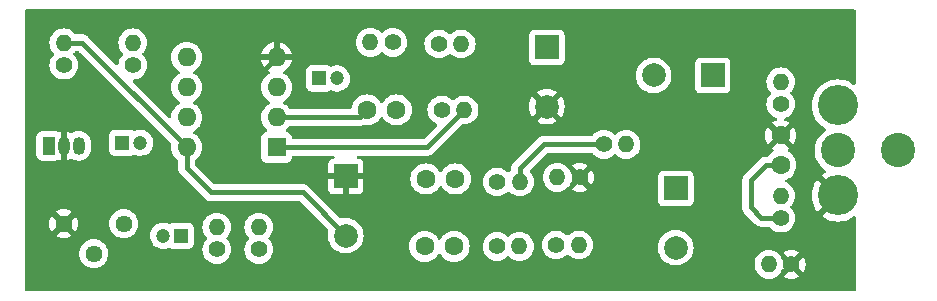
<source format=gbr>
%TF.GenerationSoftware,KiCad,Pcbnew,(6.0.0-0)*%
%TF.CreationDate,2023-11-25T22:37:41-05:00*%
%TF.ProjectId,pinker2,70696e6b-6572-4322-9e6b-696361645f70,rev?*%
%TF.SameCoordinates,Original*%
%TF.FileFunction,Copper,L2,Bot*%
%TF.FilePolarity,Positive*%
%FSLAX46Y46*%
G04 Gerber Fmt 4.6, Leading zero omitted, Abs format (unit mm)*
G04 Created by KiCad (PCBNEW (6.0.0-0)) date 2023-11-25 22:37:41*
%MOMM*%
%LPD*%
G01*
G04 APERTURE LIST*
%TA.AperFunction,ComponentPad*%
%ADD10C,1.400000*%
%TD*%
%TA.AperFunction,ComponentPad*%
%ADD11O,1.400000X1.400000*%
%TD*%
%TA.AperFunction,ComponentPad*%
%ADD12C,3.400000*%
%TD*%
%TA.AperFunction,ComponentPad*%
%ADD13C,2.900000*%
%TD*%
%TA.AperFunction,ComponentPad*%
%ADD14C,1.440000*%
%TD*%
%TA.AperFunction,ComponentPad*%
%ADD15C,1.600000*%
%TD*%
%TA.AperFunction,ComponentPad*%
%ADD16R,1.050000X1.500000*%
%TD*%
%TA.AperFunction,ComponentPad*%
%ADD17O,1.050000X1.500000*%
%TD*%
%TA.AperFunction,ComponentPad*%
%ADD18R,2.000000X2.000000*%
%TD*%
%TA.AperFunction,ComponentPad*%
%ADD19C,2.000000*%
%TD*%
%TA.AperFunction,ComponentPad*%
%ADD20R,1.200000X1.200000*%
%TD*%
%TA.AperFunction,ComponentPad*%
%ADD21C,1.200000*%
%TD*%
%TA.AperFunction,ComponentPad*%
%ADD22R,1.600000X1.600000*%
%TD*%
%TA.AperFunction,ComponentPad*%
%ADD23O,1.600000X1.600000*%
%TD*%
%TA.AperFunction,Conductor*%
%ADD24C,0.400000*%
%TD*%
G04 APERTURE END LIST*
D10*
%TO.P,R11,1*%
%TO.N,Net-(C2-Pad2)*%
X160024000Y-87503000D03*
D11*
%TO.P,R11,2*%
%TO.N,Net-(R10-Pad2)*%
X161924000Y-87503000D03*
%TD*%
D12*
%TO.P,J1,1*%
%TO.N,Earth*%
X193810000Y-100330000D03*
%TO.P,J1,2*%
%TO.N,Net-(C6-Pad1)*%
X193810000Y-92710000D03*
D13*
%TO.P,J1,3*%
%TO.N,Net-(C8-Pad1)*%
X193810000Y-96520000D03*
%TO.P,J1,G*%
%TO.N,N/C*%
X198890000Y-96520000D03*
%TD*%
D10*
%TO.P,R3,1*%
%TO.N,Net-(C10-Pad1)*%
X141224000Y-104902000D03*
D11*
%TO.P,R3,2*%
%TO.N,Net-(R3-Pad2)*%
X141224000Y-103002000D03*
%TD*%
D14*
%TO.P,R17,1,1*%
%TO.N,Net-(C10-Pad2)*%
X133350000Y-102727000D03*
%TO.P,R17,2,2*%
X130810000Y-105267000D03*
%TO.P,R17,3,3*%
%TO.N,Earth*%
X128270000Y-102727000D03*
%TD*%
D15*
%TO.P,C3,1*%
%TO.N,Net-(C3-Pad1)*%
X161329401Y-104648000D03*
%TO.P,C3,2*%
%TO.N,Net-(C2-Pad2)*%
X158829401Y-104648000D03*
%TD*%
D16*
%TO.P,Q1,1,C*%
%TO.N,unconnected-(Q1-Pad1)*%
X127000000Y-96118000D03*
D17*
%TO.P,Q1,2,B*%
%TO.N,Earth*%
X128270000Y-96118000D03*
%TO.P,Q1,3,E*%
%TO.N,Net-(C9-Pad1)*%
X129540000Y-96118000D03*
%TD*%
D10*
%TO.P,R15,1*%
%TO.N,Earth*%
X189881000Y-106172000D03*
D11*
%TO.P,R15,2*%
%TO.N,Net-(C8-Pad2)*%
X187981000Y-106172000D03*
%TD*%
D10*
%TO.P,R1,1*%
%TO.N,Net-(C9-Pad1)*%
X128270000Y-89297000D03*
D11*
%TO.P,R1,2*%
%TO.N,Net-(C5-Pad2)*%
X128270000Y-87397000D03*
%TD*%
D18*
%TO.P,C8,1*%
%TO.N,Net-(C8-Pad1)*%
X180086000Y-99740323D03*
D19*
%TO.P,C8,2*%
%TO.N,Net-(C8-Pad2)*%
X180086000Y-104740323D03*
%TD*%
%TO.P,C6,2*%
%TO.N,Net-(C6-Pad2)*%
X178215677Y-90170000D03*
D18*
%TO.P,C6,1*%
%TO.N,Net-(C6-Pad1)*%
X183215677Y-90170000D03*
%TD*%
D15*
%TO.P,C7,1*%
%TO.N,Earth*%
X188976000Y-95250000D03*
%TO.P,C7,2*%
%TO.N,Net-(C5-Pad2)*%
X188976000Y-97750000D03*
%TD*%
%TO.P,C4,1*%
%TO.N,Net-(C4-Pad1)*%
X161437000Y-98933000D03*
%TO.P,C4,2*%
%TO.N,Net-(C2-Pad2)*%
X158937000Y-98933000D03*
%TD*%
D20*
%TO.P,C9,1*%
%TO.N,Net-(C9-Pad1)*%
X133248600Y-95864000D03*
D21*
%TO.P,C9,2*%
%TO.N,Net-(C9-Pad2)*%
X134748600Y-95864000D03*
%TD*%
D10*
%TO.P,R13,1*%
%TO.N,Net-(C5-Pad2)*%
X188976000Y-92599000D03*
D11*
%TO.P,R13,2*%
%TO.N,Net-(C6-Pad1)*%
X188976000Y-90699000D03*
%TD*%
D22*
%TO.P,U1,1*%
%TO.N,Net-(R10-Pad2)*%
X146294000Y-96256000D03*
D23*
%TO.P,U1,2,-*%
%TO.N,Net-(C2-Pad2)*%
X146294000Y-93716000D03*
%TO.P,U1,3,+*%
%TO.N,Net-(C11-Pad1)*%
X146294000Y-91176000D03*
%TO.P,U1,4,V-*%
%TO.N,Earth*%
X146294000Y-88636000D03*
%TO.P,U1,5,+*%
%TO.N,Net-(C9-Pad2)*%
X138674000Y-88636000D03*
%TO.P,U1,6,-*%
%TO.N,Net-(R3-Pad2)*%
X138674000Y-91176000D03*
%TO.P,U1,7*%
%TO.N,Net-(C1-Pad1)*%
X138674000Y-93716000D03*
%TO.P,U1,8,V+*%
%TO.N,Net-(C5-Pad2)*%
X138674000Y-96256000D03*
%TD*%
D10*
%TO.P,R4,1*%
%TO.N,Net-(R3-Pad2)*%
X144780000Y-104902000D03*
D11*
%TO.P,R4,2*%
%TO.N,Net-(C1-Pad1)*%
X144780000Y-103002000D03*
%TD*%
D18*
%TO.P,C5,1*%
%TO.N,Earth*%
X152146000Y-98724323D03*
D19*
%TO.P,C5,2*%
%TO.N,Net-(C5-Pad2)*%
X152146000Y-103724323D03*
%TD*%
D10*
%TO.P,R5,1*%
%TO.N,Net-(C11-Pad1)*%
X169975677Y-104521000D03*
D11*
%TO.P,R5,2*%
%TO.N,Net-(C5-Pad2)*%
X171875677Y-104521000D03*
%TD*%
D10*
%TO.P,R14,1*%
%TO.N,Net-(C5-Pad2)*%
X188976000Y-102251000D03*
D11*
%TO.P,R14,2*%
%TO.N,Net-(C8-Pad1)*%
X188976000Y-100351000D03*
%TD*%
D10*
%TO.P,R10,1*%
%TO.N,Net-(C4-Pad1)*%
X164977000Y-99187000D03*
D11*
%TO.P,R10,2*%
%TO.N,Net-(R10-Pad2)*%
X166877000Y-99187000D03*
%TD*%
D10*
%TO.P,R8,1*%
%TO.N,Net-(C2-Pad1)*%
X160274599Y-93091000D03*
D11*
%TO.P,R8,2*%
%TO.N,Net-(R10-Pad2)*%
X162174599Y-93091000D03*
%TD*%
D10*
%TO.P,R6,1*%
%TO.N,Earth*%
X171958000Y-98806000D03*
D11*
%TO.P,R6,2*%
%TO.N,Net-(C11-Pad1)*%
X170058000Y-98806000D03*
%TD*%
D15*
%TO.P,C2,1*%
%TO.N,Net-(C2-Pad1)*%
X156444599Y-93091000D03*
%TO.P,C2,2*%
%TO.N,Net-(C2-Pad2)*%
X153944599Y-93091000D03*
%TD*%
D10*
%TO.P,R7,1*%
%TO.N,Net-(C2-Pad2)*%
X156142401Y-87376000D03*
D11*
%TO.P,R7,2*%
%TO.N,Net-(C1-Pad2)*%
X154242401Y-87376000D03*
%TD*%
D10*
%TO.P,R2,1*%
%TO.N,Net-(C9-Pad2)*%
X134112000Y-89297000D03*
D11*
%TO.P,R2,2*%
%TO.N,Net-(C11-Pad1)*%
X134112000Y-87397000D03*
%TD*%
D10*
%TO.P,R12,1*%
%TO.N,Net-(R10-Pad2)*%
X173990000Y-96012000D03*
D11*
%TO.P,R12,2*%
%TO.N,Net-(C6-Pad2)*%
X175890000Y-96012000D03*
%TD*%
D18*
%TO.P,C11,1*%
%TO.N,Net-(C11-Pad1)*%
X169164000Y-87802323D03*
D19*
%TO.P,C11,2*%
%TO.N,Earth*%
X169164000Y-92802323D03*
%TD*%
D20*
%TO.P,C10,1*%
%TO.N,Net-(C10-Pad1)*%
X138176000Y-103743000D03*
D21*
%TO.P,C10,2*%
%TO.N,Net-(C10-Pad2)*%
X136676000Y-103743000D03*
%TD*%
D20*
%TO.P,C1,1*%
%TO.N,Net-(C1-Pad1)*%
X149899401Y-90424000D03*
D21*
%TO.P,C1,2*%
%TO.N,Net-(C1-Pad2)*%
X151399401Y-90424000D03*
%TD*%
D10*
%TO.P,R9,1*%
%TO.N,Net-(C3-Pad1)*%
X164957000Y-104648000D03*
D11*
%TO.P,R9,2*%
%TO.N,Net-(R10-Pad2)*%
X166857000Y-104648000D03*
%TD*%
D24*
%TO.N,Net-(C2-Pad2)*%
X153319599Y-93716000D02*
X153944599Y-93091000D01*
X146294000Y-93716000D02*
X153319599Y-93716000D01*
%TO.N,Earth*%
X152146000Y-98724323D02*
X145206323Y-98724323D01*
X146294000Y-88636000D02*
X144526000Y-90404000D01*
X144526000Y-90404000D02*
X144526000Y-98044000D01*
X152146000Y-98724323D02*
X152359161Y-98511161D01*
X145206323Y-98724323D02*
X144526000Y-98044000D01*
%TO.N,Net-(C5-Pad2)*%
X129815000Y-87397000D02*
X138674000Y-96256000D01*
X128270000Y-87397000D02*
X129815000Y-87397000D01*
X148497677Y-100076000D02*
X152146000Y-103724323D01*
X138674000Y-98034000D02*
X140716000Y-100076000D01*
X138674000Y-96256000D02*
X138674000Y-98034000D01*
X187341000Y-102251000D02*
X186436000Y-101346000D01*
X188976000Y-102251000D02*
X187341000Y-102251000D01*
X187746000Y-97750000D02*
X188976000Y-97750000D01*
X186436000Y-101346000D02*
X186436000Y-99060000D01*
X186436000Y-99060000D02*
X187746000Y-97750000D01*
X140716000Y-100076000D02*
X148497677Y-100076000D01*
%TO.N,Net-(R10-Pad2)*%
X146294000Y-96256000D02*
X159009599Y-96256000D01*
X166877000Y-99187000D02*
X166877000Y-98045000D01*
X168910000Y-96012000D02*
X173990000Y-96012000D01*
X166877000Y-98045000D02*
X168910000Y-96012000D01*
X159009599Y-96256000D02*
X162174599Y-93091000D01*
%TD*%
%TA.AperFunction,Conductor*%
%TO.N,Earth*%
G36*
X195268121Y-84602002D02*
G01*
X195314614Y-84655658D01*
X195326000Y-84708000D01*
X195326000Y-90831088D01*
X195305998Y-90899209D01*
X195252342Y-90945702D01*
X195182068Y-90955806D01*
X195129998Y-90935853D01*
X195041617Y-90876799D01*
X194916620Y-90793279D01*
X194912921Y-90791455D01*
X194912916Y-90791452D01*
X194660665Y-90667056D01*
X194660663Y-90667055D01*
X194656970Y-90665234D01*
X194622418Y-90653505D01*
X194386738Y-90573502D01*
X194386734Y-90573501D01*
X194382828Y-90572175D01*
X194378784Y-90571371D01*
X194378778Y-90571369D01*
X194102929Y-90516500D01*
X194102926Y-90516500D01*
X194098886Y-90515696D01*
X194094775Y-90515427D01*
X194094771Y-90515426D01*
X193814119Y-90497031D01*
X193810000Y-90496761D01*
X193805881Y-90497031D01*
X193525229Y-90515426D01*
X193525225Y-90515427D01*
X193521114Y-90515696D01*
X193517074Y-90516500D01*
X193517071Y-90516500D01*
X193241222Y-90571369D01*
X193241216Y-90571371D01*
X193237172Y-90572175D01*
X193233266Y-90573501D01*
X193233262Y-90573502D01*
X192997582Y-90653505D01*
X192963030Y-90665234D01*
X192959337Y-90667055D01*
X192959335Y-90667056D01*
X192894559Y-90699000D01*
X192703381Y-90793279D01*
X192462665Y-90954119D01*
X192459573Y-90956831D01*
X192459566Y-90956836D01*
X192324222Y-91075531D01*
X192245004Y-91145004D01*
X192242295Y-91148093D01*
X192056836Y-91359566D01*
X192056831Y-91359573D01*
X192054119Y-91362665D01*
X191893279Y-91603381D01*
X191884780Y-91620615D01*
X191788758Y-91815329D01*
X191765234Y-91863030D01*
X191763911Y-91866928D01*
X191763910Y-91866930D01*
X191691025Y-92081643D01*
X191672175Y-92137172D01*
X191671371Y-92141216D01*
X191671369Y-92141222D01*
X191624128Y-92378722D01*
X191615696Y-92421114D01*
X191615427Y-92425225D01*
X191615426Y-92425229D01*
X191601234Y-92641757D01*
X191596761Y-92710000D01*
X191597031Y-92714119D01*
X191614950Y-92987498D01*
X191615696Y-92998886D01*
X191616500Y-93002926D01*
X191616500Y-93002929D01*
X191670486Y-93274335D01*
X191672175Y-93282828D01*
X191673501Y-93286734D01*
X191673502Y-93286738D01*
X191754180Y-93524406D01*
X191765234Y-93556970D01*
X191893279Y-93816619D01*
X192054119Y-94057335D01*
X192056831Y-94060427D01*
X192056836Y-94060434D01*
X192213486Y-94239057D01*
X192245004Y-94274996D01*
X192248093Y-94277705D01*
X192459565Y-94463163D01*
X192459571Y-94463168D01*
X192462665Y-94465881D01*
X192703380Y-94626721D01*
X192707078Y-94628545D01*
X192707089Y-94628551D01*
X192743729Y-94646619D01*
X192795979Y-94694686D01*
X192813946Y-94763372D01*
X192791927Y-94830868D01*
X192761260Y-94862140D01*
X192660951Y-94933822D01*
X192558416Y-95007095D01*
X192555196Y-95010167D01*
X192363759Y-95192789D01*
X192357732Y-95198538D01*
X192247565Y-95338285D01*
X192192712Y-95407866D01*
X192186025Y-95416348D01*
X192183793Y-95420190D01*
X192183790Y-95420195D01*
X192048958Y-95652324D01*
X192048955Y-95652330D01*
X192046720Y-95656178D01*
X192045046Y-95660311D01*
X191944271Y-95909112D01*
X191944268Y-95909120D01*
X191942598Y-95913244D01*
X191875735Y-96182417D01*
X191847466Y-96458325D01*
X191848687Y-96489402D01*
X191857665Y-96717891D01*
X191858355Y-96735464D01*
X191861395Y-96752109D01*
X191900238Y-96964792D01*
X191908184Y-97008303D01*
X191918022Y-97037790D01*
X191977583Y-97216316D01*
X191995960Y-97271400D01*
X191997952Y-97275387D01*
X191997953Y-97275389D01*
X192115065Y-97509767D01*
X192119930Y-97519504D01*
X192277623Y-97747666D01*
X192305141Y-97777435D01*
X192462874Y-97948070D01*
X192462879Y-97948075D01*
X192465890Y-97951332D01*
X192680975Y-98126439D01*
X192684793Y-98128738D01*
X192684795Y-98128739D01*
X192755904Y-98171550D01*
X192803948Y-98223822D01*
X192816104Y-98293770D01*
X192788514Y-98359186D01*
X192746643Y-98392502D01*
X192707335Y-98411887D01*
X192700198Y-98416007D01*
X192466399Y-98572226D01*
X192459871Y-98577235D01*
X192450354Y-98585581D01*
X192441959Y-98598817D01*
X192447794Y-98608584D01*
X194080115Y-100240905D01*
X194114141Y-100303217D01*
X194109076Y-100374032D01*
X194080115Y-100419095D01*
X192449547Y-102049663D01*
X192442032Y-102063424D01*
X192448489Y-102072783D01*
X192459871Y-102082765D01*
X192466399Y-102087774D01*
X192700198Y-102243993D01*
X192707335Y-102248114D01*
X192959527Y-102372481D01*
X192967122Y-102375627D01*
X193233391Y-102466014D01*
X193241351Y-102468147D01*
X193517137Y-102523004D01*
X193525295Y-102524078D01*
X193805881Y-102542468D01*
X193814119Y-102542468D01*
X194094705Y-102524078D01*
X194102863Y-102523004D01*
X194378649Y-102468147D01*
X194386609Y-102466014D01*
X194652878Y-102375627D01*
X194660473Y-102372481D01*
X194912665Y-102248114D01*
X194919802Y-102243993D01*
X195129998Y-102103545D01*
X195197751Y-102082330D01*
X195266218Y-102101113D01*
X195313661Y-102153930D01*
X195326000Y-102208310D01*
X195326000Y-108332000D01*
X195305998Y-108400121D01*
X195252342Y-108446614D01*
X195200000Y-108458000D01*
X125094000Y-108458000D01*
X125025879Y-108437998D01*
X124979386Y-108384342D01*
X124968000Y-108332000D01*
X124968000Y-105267000D01*
X129576807Y-105267000D01*
X129595542Y-105481142D01*
X129596966Y-105486455D01*
X129596966Y-105486457D01*
X129644105Y-105662379D01*
X129651178Y-105688777D01*
X129653500Y-105693757D01*
X129653501Y-105693759D01*
X129723171Y-105843165D01*
X129742024Y-105883596D01*
X129865319Y-106059681D01*
X130017319Y-106211681D01*
X130193403Y-106334976D01*
X130198381Y-106337297D01*
X130198384Y-106337299D01*
X130307049Y-106387970D01*
X130388223Y-106425822D01*
X130393531Y-106427244D01*
X130393533Y-106427245D01*
X130590543Y-106480034D01*
X130590545Y-106480034D01*
X130595858Y-106481458D01*
X130810000Y-106500193D01*
X131024142Y-106481458D01*
X131029455Y-106480034D01*
X131029457Y-106480034D01*
X131226467Y-106427245D01*
X131226469Y-106427244D01*
X131231777Y-106425822D01*
X131312951Y-106387970D01*
X131421616Y-106337299D01*
X131421619Y-106337297D01*
X131426597Y-106334976D01*
X131602681Y-106211681D01*
X131754681Y-106059681D01*
X131877976Y-105883596D01*
X131896830Y-105843165D01*
X131966499Y-105693759D01*
X131966500Y-105693757D01*
X131968822Y-105688777D01*
X131975896Y-105662379D01*
X132023034Y-105486457D01*
X132023034Y-105486455D01*
X132024458Y-105481142D01*
X132043193Y-105267000D01*
X132024458Y-105052858D01*
X132004730Y-104979231D01*
X131984036Y-104902000D01*
X140010884Y-104902000D01*
X140029314Y-105112655D01*
X140030738Y-105117968D01*
X140030738Y-105117970D01*
X140080765Y-105304671D01*
X140084044Y-105316910D01*
X140086366Y-105321891D01*
X140086367Y-105321892D01*
X140165830Y-105492300D01*
X140173411Y-105508558D01*
X140294699Y-105681776D01*
X140444224Y-105831301D01*
X140617442Y-105952589D01*
X140622420Y-105954910D01*
X140622423Y-105954912D01*
X140647971Y-105966825D01*
X140809090Y-106041956D01*
X140814398Y-106043378D01*
X140814400Y-106043379D01*
X141008030Y-106095262D01*
X141008032Y-106095262D01*
X141013345Y-106096686D01*
X141224000Y-106115116D01*
X141434655Y-106096686D01*
X141439968Y-106095262D01*
X141439970Y-106095262D01*
X141633600Y-106043379D01*
X141633602Y-106043378D01*
X141638910Y-106041956D01*
X141800029Y-105966825D01*
X141825577Y-105954912D01*
X141825580Y-105954910D01*
X141830558Y-105952589D01*
X142003776Y-105831301D01*
X142153301Y-105681776D01*
X142274589Y-105508558D01*
X142282171Y-105492300D01*
X142361633Y-105321892D01*
X142361634Y-105321891D01*
X142363956Y-105316910D01*
X142367236Y-105304671D01*
X142417262Y-105117970D01*
X142417262Y-105117968D01*
X142418686Y-105112655D01*
X142437116Y-104902000D01*
X143566884Y-104902000D01*
X143585314Y-105112655D01*
X143586738Y-105117968D01*
X143586738Y-105117970D01*
X143636765Y-105304671D01*
X143640044Y-105316910D01*
X143642366Y-105321891D01*
X143642367Y-105321892D01*
X143721830Y-105492300D01*
X143729411Y-105508558D01*
X143850699Y-105681776D01*
X144000224Y-105831301D01*
X144173442Y-105952589D01*
X144178420Y-105954910D01*
X144178423Y-105954912D01*
X144203971Y-105966825D01*
X144365090Y-106041956D01*
X144370398Y-106043378D01*
X144370400Y-106043379D01*
X144564030Y-106095262D01*
X144564032Y-106095262D01*
X144569345Y-106096686D01*
X144780000Y-106115116D01*
X144990655Y-106096686D01*
X144995968Y-106095262D01*
X144995970Y-106095262D01*
X145189600Y-106043379D01*
X145189602Y-106043378D01*
X145194910Y-106041956D01*
X145356029Y-105966825D01*
X145381577Y-105954912D01*
X145381580Y-105954910D01*
X145386558Y-105952589D01*
X145559776Y-105831301D01*
X145709301Y-105681776D01*
X145830589Y-105508558D01*
X145838171Y-105492300D01*
X145917633Y-105321892D01*
X145917634Y-105321891D01*
X145919956Y-105316910D01*
X145923236Y-105304671D01*
X145973262Y-105117970D01*
X145973262Y-105117968D01*
X145974686Y-105112655D01*
X145993116Y-104902000D01*
X145974686Y-104691345D01*
X145953255Y-104611364D01*
X145921379Y-104492400D01*
X145921378Y-104492398D01*
X145919956Y-104487090D01*
X145886576Y-104415506D01*
X145832912Y-104300423D01*
X145832910Y-104300420D01*
X145830589Y-104295442D01*
X145709301Y-104122224D01*
X145628172Y-104041095D01*
X145594146Y-103978783D01*
X145599211Y-103907968D01*
X145628172Y-103862905D01*
X145709301Y-103781776D01*
X145830589Y-103608558D01*
X145836635Y-103595594D01*
X145917633Y-103421892D01*
X145917634Y-103421891D01*
X145919956Y-103416910D01*
X145925916Y-103394669D01*
X145973262Y-103217970D01*
X145973262Y-103217968D01*
X145974686Y-103212655D01*
X145993116Y-103002000D01*
X145974686Y-102791345D01*
X145970484Y-102775664D01*
X145921379Y-102592400D01*
X145921378Y-102592398D01*
X145919956Y-102587090D01*
X145917633Y-102582108D01*
X145832912Y-102400423D01*
X145832910Y-102400420D01*
X145830589Y-102395442D01*
X145709301Y-102222224D01*
X145559776Y-102072699D01*
X145386558Y-101951411D01*
X145381580Y-101949090D01*
X145381577Y-101949088D01*
X145199892Y-101864367D01*
X145199891Y-101864366D01*
X145194910Y-101862044D01*
X145189602Y-101860622D01*
X145189600Y-101860621D01*
X144995970Y-101808738D01*
X144995968Y-101808738D01*
X144990655Y-101807314D01*
X144780000Y-101788884D01*
X144569345Y-101807314D01*
X144564032Y-101808738D01*
X144564030Y-101808738D01*
X144370400Y-101860621D01*
X144370398Y-101860622D01*
X144365090Y-101862044D01*
X144360109Y-101864366D01*
X144360108Y-101864367D01*
X144178423Y-101949088D01*
X144178420Y-101949090D01*
X144173442Y-101951411D01*
X144000224Y-102072699D01*
X143850699Y-102222224D01*
X143729411Y-102395442D01*
X143727090Y-102400420D01*
X143727088Y-102400423D01*
X143642367Y-102582108D01*
X143640044Y-102587090D01*
X143638622Y-102592398D01*
X143638621Y-102592400D01*
X143589516Y-102775664D01*
X143585314Y-102791345D01*
X143566884Y-103002000D01*
X143585314Y-103212655D01*
X143586738Y-103217968D01*
X143586738Y-103217970D01*
X143634085Y-103394669D01*
X143640044Y-103416910D01*
X143642366Y-103421891D01*
X143642367Y-103421892D01*
X143723366Y-103595594D01*
X143729411Y-103608558D01*
X143850699Y-103781776D01*
X143931828Y-103862905D01*
X143965854Y-103925217D01*
X143960789Y-103996032D01*
X143931828Y-104041095D01*
X143850699Y-104122224D01*
X143729411Y-104295442D01*
X143727090Y-104300420D01*
X143727088Y-104300423D01*
X143673424Y-104415506D01*
X143640044Y-104487090D01*
X143638622Y-104492398D01*
X143638621Y-104492400D01*
X143606745Y-104611364D01*
X143585314Y-104691345D01*
X143566884Y-104902000D01*
X142437116Y-104902000D01*
X142418686Y-104691345D01*
X142397255Y-104611364D01*
X142365379Y-104492400D01*
X142365378Y-104492398D01*
X142363956Y-104487090D01*
X142330576Y-104415506D01*
X142276912Y-104300423D01*
X142276910Y-104300420D01*
X142274589Y-104295442D01*
X142153301Y-104122224D01*
X142072172Y-104041095D01*
X142038146Y-103978783D01*
X142043211Y-103907968D01*
X142072172Y-103862905D01*
X142153301Y-103781776D01*
X142274589Y-103608558D01*
X142280635Y-103595594D01*
X142361633Y-103421892D01*
X142361634Y-103421891D01*
X142363956Y-103416910D01*
X142369916Y-103394669D01*
X142417262Y-103217970D01*
X142417262Y-103217968D01*
X142418686Y-103212655D01*
X142437116Y-103002000D01*
X142418686Y-102791345D01*
X142414484Y-102775664D01*
X142365379Y-102592400D01*
X142365378Y-102592398D01*
X142363956Y-102587090D01*
X142361633Y-102582108D01*
X142276912Y-102400423D01*
X142276910Y-102400420D01*
X142274589Y-102395442D01*
X142153301Y-102222224D01*
X142003776Y-102072699D01*
X141830558Y-101951411D01*
X141825580Y-101949090D01*
X141825577Y-101949088D01*
X141643892Y-101864367D01*
X141643891Y-101864366D01*
X141638910Y-101862044D01*
X141633602Y-101860622D01*
X141633600Y-101860621D01*
X141439970Y-101808738D01*
X141439968Y-101808738D01*
X141434655Y-101807314D01*
X141224000Y-101788884D01*
X141013345Y-101807314D01*
X141008032Y-101808738D01*
X141008030Y-101808738D01*
X140814400Y-101860621D01*
X140814398Y-101860622D01*
X140809090Y-101862044D01*
X140804109Y-101864366D01*
X140804108Y-101864367D01*
X140622423Y-101949088D01*
X140622420Y-101949090D01*
X140617442Y-101951411D01*
X140444224Y-102072699D01*
X140294699Y-102222224D01*
X140173411Y-102395442D01*
X140171090Y-102400420D01*
X140171088Y-102400423D01*
X140086367Y-102582108D01*
X140084044Y-102587090D01*
X140082622Y-102592398D01*
X140082621Y-102592400D01*
X140033516Y-102775664D01*
X140029314Y-102791345D01*
X140010884Y-103002000D01*
X140029314Y-103212655D01*
X140030738Y-103217968D01*
X140030738Y-103217970D01*
X140078085Y-103394669D01*
X140084044Y-103416910D01*
X140086366Y-103421891D01*
X140086367Y-103421892D01*
X140167366Y-103595594D01*
X140173411Y-103608558D01*
X140294699Y-103781776D01*
X140375828Y-103862905D01*
X140409854Y-103925217D01*
X140404789Y-103996032D01*
X140375828Y-104041095D01*
X140294699Y-104122224D01*
X140173411Y-104295442D01*
X140171090Y-104300420D01*
X140171088Y-104300423D01*
X140117424Y-104415506D01*
X140084044Y-104487090D01*
X140082622Y-104492398D01*
X140082621Y-104492400D01*
X140050745Y-104611364D01*
X140029314Y-104691345D01*
X140010884Y-104902000D01*
X131984036Y-104902000D01*
X131970245Y-104850533D01*
X131970244Y-104850531D01*
X131968822Y-104845223D01*
X131966499Y-104840241D01*
X131880299Y-104655385D01*
X131880297Y-104655382D01*
X131877976Y-104650404D01*
X131754681Y-104474319D01*
X131602681Y-104322319D01*
X131426597Y-104199024D01*
X131421619Y-104196703D01*
X131421616Y-104196701D01*
X131236759Y-104110501D01*
X131236758Y-104110500D01*
X131231777Y-104108178D01*
X131226469Y-104106756D01*
X131226467Y-104106755D01*
X131029457Y-104053966D01*
X131029455Y-104053966D01*
X131024142Y-104052542D01*
X130810000Y-104033807D01*
X130595858Y-104052542D01*
X130590545Y-104053966D01*
X130590543Y-104053966D01*
X130393533Y-104106755D01*
X130393531Y-104106756D01*
X130388223Y-104108178D01*
X130383243Y-104110500D01*
X130383241Y-104110501D01*
X130198385Y-104196701D01*
X130198382Y-104196703D01*
X130193404Y-104199024D01*
X130017319Y-104322319D01*
X129865319Y-104474319D01*
X129742024Y-104650404D01*
X129739703Y-104655382D01*
X129739701Y-104655385D01*
X129653501Y-104840241D01*
X129651178Y-104845223D01*
X129649756Y-104850531D01*
X129649755Y-104850533D01*
X129615270Y-104979231D01*
X129595542Y-105052858D01*
X129576807Y-105267000D01*
X124968000Y-105267000D01*
X124968000Y-103755621D01*
X127605933Y-103755621D01*
X127615227Y-103767635D01*
X127649146Y-103791385D01*
X127658641Y-103796868D01*
X127843413Y-103883028D01*
X127853705Y-103886774D01*
X128050632Y-103939540D01*
X128061425Y-103941443D01*
X128264525Y-103959212D01*
X128275475Y-103959212D01*
X128478575Y-103941443D01*
X128489368Y-103939540D01*
X128686295Y-103886774D01*
X128696587Y-103883028D01*
X128881359Y-103796868D01*
X128890854Y-103791385D01*
X128925607Y-103767051D01*
X128933983Y-103756572D01*
X128926916Y-103743127D01*
X128282811Y-103099021D01*
X128268868Y-103091408D01*
X128267034Y-103091539D01*
X128260420Y-103095790D01*
X127612360Y-103743851D01*
X127605933Y-103755621D01*
X124968000Y-103755621D01*
X124968000Y-102732475D01*
X127037788Y-102732475D01*
X127055557Y-102935575D01*
X127057460Y-102946368D01*
X127110226Y-103143295D01*
X127113972Y-103153587D01*
X127200135Y-103338364D01*
X127205613Y-103347850D01*
X127229949Y-103382607D01*
X127240428Y-103390983D01*
X127253872Y-103383917D01*
X127897979Y-102739811D01*
X127904356Y-102728132D01*
X128634408Y-102728132D01*
X128634539Y-102729966D01*
X128638790Y-102736580D01*
X129286851Y-103384640D01*
X129298621Y-103391067D01*
X129310635Y-103381772D01*
X129334387Y-103347850D01*
X129339865Y-103338364D01*
X129426028Y-103153587D01*
X129429774Y-103143295D01*
X129482540Y-102946368D01*
X129484443Y-102935575D01*
X129502212Y-102732475D01*
X129502212Y-102727000D01*
X132116807Y-102727000D01*
X132135542Y-102941142D01*
X132136966Y-102946455D01*
X132136966Y-102946457D01*
X132159560Y-103030776D01*
X132191178Y-103148777D01*
X132193500Y-103153757D01*
X132193501Y-103153759D01*
X132278007Y-103334981D01*
X132282024Y-103343596D01*
X132405319Y-103519681D01*
X132557319Y-103671681D01*
X132733403Y-103794976D01*
X132738381Y-103797297D01*
X132738384Y-103797299D01*
X132805915Y-103828789D01*
X132928223Y-103885822D01*
X132933531Y-103887244D01*
X132933533Y-103887245D01*
X133130543Y-103940034D01*
X133130545Y-103940034D01*
X133135858Y-103941458D01*
X133350000Y-103960193D01*
X133564142Y-103941458D01*
X133569455Y-103940034D01*
X133569457Y-103940034D01*
X133766467Y-103887245D01*
X133766469Y-103887244D01*
X133771777Y-103885822D01*
X133894085Y-103828789D01*
X133961616Y-103797299D01*
X133961619Y-103797297D01*
X133966597Y-103794976D01*
X134082444Y-103713859D01*
X135563132Y-103713859D01*
X135576457Y-103917151D01*
X135626605Y-104114610D01*
X135711898Y-104299624D01*
X135829479Y-104465997D01*
X135851132Y-104487090D01*
X135956469Y-104589705D01*
X135975410Y-104608157D01*
X135980206Y-104611362D01*
X135980209Y-104611364D01*
X136091955Y-104686030D01*
X136144803Y-104721342D01*
X136150106Y-104723620D01*
X136150109Y-104723622D01*
X136326680Y-104799483D01*
X136331987Y-104801763D01*
X136404817Y-104818243D01*
X136525055Y-104845450D01*
X136525060Y-104845451D01*
X136530692Y-104846725D01*
X136536463Y-104846952D01*
X136536465Y-104846952D01*
X136599470Y-104849427D01*
X136734263Y-104854723D01*
X136935883Y-104825490D01*
X136941347Y-104823635D01*
X136941352Y-104823634D01*
X137123327Y-104761862D01*
X137123332Y-104761860D01*
X137128799Y-104760004D01*
X137146355Y-104750172D01*
X137215560Y-104734339D01*
X137283482Y-104759280D01*
X137329295Y-104793615D01*
X137465684Y-104844745D01*
X137527866Y-104851500D01*
X138824134Y-104851500D01*
X138886316Y-104844745D01*
X139022705Y-104793615D01*
X139139261Y-104706261D01*
X139226615Y-104589705D01*
X139277745Y-104453316D01*
X139284500Y-104391134D01*
X139284500Y-103094866D01*
X139277745Y-103032684D01*
X139226615Y-102896295D01*
X139139261Y-102779739D01*
X139022705Y-102692385D01*
X138886316Y-102641255D01*
X138824134Y-102634500D01*
X137527866Y-102634500D01*
X137465684Y-102641255D01*
X137329295Y-102692385D01*
X137322110Y-102697770D01*
X137322108Y-102697771D01*
X137304336Y-102711091D01*
X137283383Y-102726794D01*
X137216878Y-102751643D01*
X137161130Y-102742999D01*
X136992180Y-102675595D01*
X136792366Y-102635849D01*
X136786592Y-102635773D01*
X136786588Y-102635773D01*
X136683452Y-102634424D01*
X136588655Y-102633183D01*
X136582958Y-102634162D01*
X136582957Y-102634162D01*
X136398194Y-102665910D01*
X136387870Y-102667684D01*
X136196734Y-102738198D01*
X136191773Y-102741150D01*
X136191772Y-102741150D01*
X136040500Y-102831148D01*
X136021649Y-102842363D01*
X135868478Y-102976690D01*
X135864911Y-102981215D01*
X135864906Y-102981220D01*
X135778331Y-103091040D01*
X135742351Y-103136681D01*
X135739662Y-103141792D01*
X135739660Y-103141795D01*
X135719401Y-103180301D01*
X135647492Y-103316978D01*
X135587078Y-103511543D01*
X135563132Y-103713859D01*
X134082444Y-103713859D01*
X134142681Y-103671681D01*
X134294681Y-103519681D01*
X134417976Y-103343596D01*
X134421994Y-103334981D01*
X134506499Y-103153759D01*
X134506500Y-103153757D01*
X134508822Y-103148777D01*
X134540441Y-103030776D01*
X134563034Y-102946457D01*
X134563034Y-102946455D01*
X134564458Y-102941142D01*
X134583193Y-102727000D01*
X134564458Y-102512858D01*
X134563034Y-102507543D01*
X134510245Y-102310533D01*
X134510244Y-102310531D01*
X134508822Y-102305223D01*
X134500377Y-102287112D01*
X134420299Y-102115385D01*
X134420297Y-102115382D01*
X134417976Y-102110404D01*
X134294681Y-101934319D01*
X134142681Y-101782319D01*
X133966597Y-101659024D01*
X133961619Y-101656703D01*
X133961616Y-101656701D01*
X133776759Y-101570501D01*
X133776758Y-101570500D01*
X133771777Y-101568178D01*
X133766469Y-101566756D01*
X133766467Y-101566755D01*
X133569457Y-101513966D01*
X133569455Y-101513966D01*
X133564142Y-101512542D01*
X133350000Y-101493807D01*
X133135858Y-101512542D01*
X133130545Y-101513966D01*
X133130543Y-101513966D01*
X132933533Y-101566755D01*
X132933531Y-101566756D01*
X132928223Y-101568178D01*
X132923243Y-101570500D01*
X132923241Y-101570501D01*
X132738385Y-101656701D01*
X132738382Y-101656703D01*
X132733404Y-101659024D01*
X132557319Y-101782319D01*
X132405319Y-101934319D01*
X132282024Y-102110404D01*
X132279703Y-102115382D01*
X132279701Y-102115385D01*
X132199623Y-102287112D01*
X132191178Y-102305223D01*
X132189756Y-102310531D01*
X132189755Y-102310533D01*
X132136966Y-102507543D01*
X132135542Y-102512858D01*
X132116807Y-102727000D01*
X129502212Y-102727000D01*
X129502212Y-102721525D01*
X129484443Y-102518425D01*
X129482540Y-102507632D01*
X129429774Y-102310705D01*
X129426028Y-102300413D01*
X129339865Y-102115636D01*
X129334387Y-102106150D01*
X129310051Y-102071393D01*
X129299572Y-102063017D01*
X129286128Y-102070083D01*
X128642021Y-102714189D01*
X128634408Y-102728132D01*
X127904356Y-102728132D01*
X127905592Y-102725868D01*
X127905461Y-102724034D01*
X127901210Y-102717420D01*
X127253149Y-102069360D01*
X127241379Y-102062933D01*
X127229365Y-102072228D01*
X127205613Y-102106150D01*
X127200135Y-102115636D01*
X127113972Y-102300413D01*
X127110226Y-102310705D01*
X127057460Y-102507632D01*
X127055557Y-102518425D01*
X127037788Y-102721525D01*
X127037788Y-102732475D01*
X124968000Y-102732475D01*
X124968000Y-101697428D01*
X127606017Y-101697428D01*
X127613083Y-101710872D01*
X128257189Y-102354979D01*
X128271132Y-102362592D01*
X128272966Y-102362461D01*
X128279580Y-102358210D01*
X128927640Y-101710149D01*
X128934067Y-101698379D01*
X128924773Y-101686365D01*
X128890854Y-101662615D01*
X128881359Y-101657132D01*
X128696587Y-101570972D01*
X128686295Y-101567226D01*
X128489368Y-101514460D01*
X128478575Y-101512557D01*
X128275475Y-101494788D01*
X128264525Y-101494788D01*
X128061425Y-101512557D01*
X128050632Y-101514460D01*
X127853705Y-101567226D01*
X127843413Y-101570972D01*
X127658636Y-101657135D01*
X127649150Y-101662613D01*
X127614393Y-101686949D01*
X127606017Y-101697428D01*
X124968000Y-101697428D01*
X124968000Y-96916134D01*
X125966500Y-96916134D01*
X125973255Y-96978316D01*
X126024385Y-97114705D01*
X126111739Y-97231261D01*
X126228295Y-97318615D01*
X126364684Y-97369745D01*
X126426866Y-97376500D01*
X127573134Y-97376500D01*
X127635316Y-97369745D01*
X127710294Y-97341637D01*
X127763301Y-97321766D01*
X127763304Y-97321764D01*
X127771705Y-97318615D01*
X127778888Y-97313232D01*
X127779753Y-97312758D01*
X127849110Y-97297589D01*
X127877522Y-97302913D01*
X127998693Y-97340422D01*
X128012795Y-97340628D01*
X128016000Y-97333873D01*
X128016000Y-97029820D01*
X128022584Y-96993505D01*
X128022144Y-96993400D01*
X128023971Y-96985715D01*
X128026745Y-96978316D01*
X128033500Y-96916134D01*
X128033500Y-96394004D01*
X128506500Y-96394004D01*
X128521277Y-96544713D01*
X128521968Y-96547002D01*
X128524000Y-96567724D01*
X128524000Y-97326986D01*
X128527973Y-97340517D01*
X128535768Y-97341637D01*
X128652932Y-97307154D01*
X128664300Y-97302561D01*
X128832907Y-97214416D01*
X128835983Y-97212403D01*
X128837822Y-97211846D01*
X128838370Y-97211560D01*
X128838424Y-97211664D01*
X128903936Y-97191839D01*
X128964906Y-97206999D01*
X129137565Y-97300356D01*
X129234372Y-97330323D01*
X129325293Y-97358468D01*
X129325296Y-97358469D01*
X129331180Y-97360290D01*
X129337305Y-97360934D01*
X129337306Y-97360934D01*
X129526622Y-97380832D01*
X129526623Y-97380832D01*
X129532750Y-97381476D01*
X129616014Y-97373898D01*
X129728457Y-97363665D01*
X129728460Y-97363664D01*
X129734596Y-97363106D01*
X129740502Y-97361368D01*
X129740506Y-97361367D01*
X129923120Y-97307620D01*
X129923119Y-97307620D01*
X129929029Y-97305881D01*
X129934486Y-97303028D01*
X129934489Y-97303027D01*
X130082127Y-97225844D01*
X130108645Y-97211981D01*
X130266601Y-97084981D01*
X130396881Y-96929719D01*
X130399845Y-96924327D01*
X130399848Y-96924323D01*
X130491556Y-96757506D01*
X130494523Y-96752109D01*
X130555807Y-96558916D01*
X130557401Y-96544713D01*
X130561055Y-96512134D01*
X132140100Y-96512134D01*
X132146855Y-96574316D01*
X132197985Y-96710705D01*
X132285339Y-96827261D01*
X132401895Y-96914615D01*
X132538284Y-96965745D01*
X132600466Y-96972500D01*
X133896734Y-96972500D01*
X133958916Y-96965745D01*
X134095305Y-96914615D01*
X134142762Y-96879048D01*
X134209266Y-96854201D01*
X134268063Y-96864108D01*
X134399271Y-96920480D01*
X134399280Y-96920483D01*
X134404587Y-96922763D01*
X134456179Y-96934437D01*
X134597655Y-96966450D01*
X134597660Y-96966451D01*
X134603292Y-96967725D01*
X134609063Y-96967952D01*
X134609065Y-96967952D01*
X134672070Y-96970427D01*
X134806863Y-96975723D01*
X135008483Y-96946490D01*
X135013947Y-96944635D01*
X135013952Y-96944634D01*
X135195927Y-96882862D01*
X135195932Y-96882860D01*
X135201399Y-96881004D01*
X135379151Y-96781458D01*
X135535786Y-96651186D01*
X135666058Y-96494551D01*
X135732483Y-96375941D01*
X135762780Y-96321842D01*
X135762781Y-96321840D01*
X135765604Y-96316799D01*
X135767460Y-96311332D01*
X135767462Y-96311327D01*
X135829234Y-96129352D01*
X135829235Y-96129347D01*
X135831090Y-96123883D01*
X135860323Y-95922263D01*
X135861849Y-95864000D01*
X135846207Y-95693761D01*
X135843737Y-95666880D01*
X135843736Y-95666877D01*
X135843208Y-95661126D01*
X135793222Y-95483891D01*
X135789475Y-95470606D01*
X135789474Y-95470604D01*
X135787907Y-95465047D01*
X135774860Y-95438589D01*
X135700356Y-95287510D01*
X135697801Y-95282329D01*
X135680814Y-95259580D01*
X135579358Y-95123715D01*
X135579358Y-95123714D01*
X135575905Y-95119091D01*
X135465783Y-95017295D01*
X135430543Y-94984719D01*
X135430540Y-94984717D01*
X135426303Y-94980800D01*
X135360114Y-94939038D01*
X135258888Y-94875169D01*
X135258883Y-94875167D01*
X135254004Y-94872088D01*
X135064780Y-94796595D01*
X134864966Y-94756849D01*
X134859192Y-94756773D01*
X134859188Y-94756773D01*
X134756052Y-94755424D01*
X134661255Y-94754183D01*
X134655558Y-94755162D01*
X134655557Y-94755162D01*
X134466167Y-94787705D01*
X134460470Y-94788684D01*
X134269334Y-94859198D01*
X134268198Y-94859874D01*
X134199531Y-94870918D01*
X134139815Y-94846744D01*
X134138607Y-94845838D01*
X134118632Y-94830868D01*
X134102492Y-94818771D01*
X134102490Y-94818770D01*
X134095305Y-94813385D01*
X133958916Y-94762255D01*
X133896734Y-94755500D01*
X132600466Y-94755500D01*
X132538284Y-94762255D01*
X132401895Y-94813385D01*
X132285339Y-94900739D01*
X132197985Y-95017295D01*
X132146855Y-95153684D01*
X132140100Y-95215866D01*
X132140100Y-96512134D01*
X130561055Y-96512134D01*
X130567587Y-96453893D01*
X130573500Y-96401183D01*
X130573500Y-95841996D01*
X130558723Y-95691287D01*
X130500142Y-95497258D01*
X130404990Y-95318302D01*
X130399218Y-95311224D01*
X130280785Y-95166013D01*
X130276890Y-95161237D01*
X130229018Y-95121634D01*
X130125472Y-95035973D01*
X130125469Y-95035971D01*
X130120722Y-95032044D01*
X129942435Y-94935644D01*
X129834159Y-94902127D01*
X129754707Y-94877532D01*
X129754704Y-94877531D01*
X129748820Y-94875710D01*
X129742695Y-94875066D01*
X129742694Y-94875066D01*
X129553378Y-94855168D01*
X129553377Y-94855168D01*
X129547250Y-94854524D01*
X129463986Y-94862102D01*
X129351543Y-94872335D01*
X129351540Y-94872336D01*
X129345404Y-94872894D01*
X129339498Y-94874632D01*
X129339494Y-94874633D01*
X129264712Y-94896643D01*
X129150971Y-94930119D01*
X129145514Y-94932972D01*
X129145511Y-94932973D01*
X128976819Y-95021162D01*
X128976815Y-95021165D01*
X128971355Y-95024019D01*
X128971103Y-95024221D01*
X128905088Y-95044201D01*
X128844115Y-95029041D01*
X128677658Y-94939038D01*
X128666353Y-94934286D01*
X128541308Y-94895578D01*
X128527205Y-94895372D01*
X128524000Y-94902127D01*
X128524000Y-95671758D01*
X128523215Y-95685803D01*
X128506500Y-95834817D01*
X128506500Y-96394004D01*
X128033500Y-96394004D01*
X128033500Y-95319866D01*
X128026745Y-95257684D01*
X128023971Y-95250284D01*
X128022144Y-95242600D01*
X128022584Y-95242495D01*
X128016000Y-95206180D01*
X128016000Y-94909014D01*
X128012027Y-94895483D01*
X128004232Y-94894363D01*
X127887067Y-94928846D01*
X127886560Y-94929051D01*
X127886276Y-94929079D01*
X127881159Y-94930585D01*
X127880873Y-94929612D01*
X127815906Y-94936025D01*
X127778869Y-94922754D01*
X127771705Y-94917385D01*
X127635316Y-94866255D01*
X127573134Y-94859500D01*
X126426866Y-94859500D01*
X126364684Y-94866255D01*
X126228295Y-94917385D01*
X126111739Y-95004739D01*
X126024385Y-95121295D01*
X125973255Y-95257684D01*
X125966500Y-95319866D01*
X125966500Y-96916134D01*
X124968000Y-96916134D01*
X124968000Y-89297000D01*
X127056884Y-89297000D01*
X127075314Y-89507655D01*
X127076738Y-89512968D01*
X127076738Y-89512970D01*
X127110321Y-89638301D01*
X127130044Y-89711910D01*
X127132366Y-89716891D01*
X127132367Y-89716892D01*
X127189049Y-89838446D01*
X127219411Y-89903558D01*
X127340699Y-90076776D01*
X127490224Y-90226301D01*
X127663442Y-90347589D01*
X127668420Y-90349910D01*
X127668423Y-90349912D01*
X127835249Y-90427704D01*
X127855090Y-90436956D01*
X127860398Y-90438378D01*
X127860400Y-90438379D01*
X128054030Y-90490262D01*
X128054032Y-90490262D01*
X128059345Y-90491686D01*
X128270000Y-90510116D01*
X128480655Y-90491686D01*
X128485968Y-90490262D01*
X128485970Y-90490262D01*
X128679600Y-90438379D01*
X128679602Y-90438378D01*
X128684910Y-90436956D01*
X128704751Y-90427704D01*
X128871577Y-90349912D01*
X128871580Y-90349910D01*
X128876558Y-90347589D01*
X129049776Y-90226301D01*
X129199301Y-90076776D01*
X129320589Y-89903558D01*
X129350952Y-89838446D01*
X129407633Y-89716892D01*
X129407634Y-89716891D01*
X129409956Y-89711910D01*
X129429680Y-89638301D01*
X129463262Y-89512970D01*
X129463262Y-89512968D01*
X129464686Y-89507655D01*
X129483116Y-89297000D01*
X129464686Y-89086345D01*
X129457542Y-89059684D01*
X129411379Y-88887400D01*
X129411378Y-88887398D01*
X129409956Y-88882090D01*
X129407633Y-88877108D01*
X129322912Y-88695423D01*
X129322910Y-88695420D01*
X129320589Y-88690442D01*
X129199301Y-88517224D01*
X129118172Y-88436095D01*
X129084146Y-88373783D01*
X129089211Y-88302968D01*
X129118172Y-88257905D01*
X129199301Y-88176776D01*
X129202462Y-88172262D01*
X129211589Y-88159228D01*
X129267047Y-88114900D01*
X129314801Y-88105500D01*
X129469340Y-88105500D01*
X129537461Y-88125502D01*
X129558435Y-88142405D01*
X137344018Y-95927988D01*
X137378044Y-95990300D01*
X137380444Y-96028063D01*
X137360502Y-96256000D01*
X137380457Y-96484087D01*
X137381881Y-96489400D01*
X137381881Y-96489402D01*
X137416489Y-96618558D01*
X137439716Y-96705243D01*
X137442039Y-96710224D01*
X137442039Y-96710225D01*
X137534151Y-96907762D01*
X137534154Y-96907767D01*
X137536477Y-96912749D01*
X137589008Y-96987771D01*
X137663227Y-97093766D01*
X137667802Y-97100300D01*
X137829700Y-97262198D01*
X137834208Y-97265355D01*
X137834211Y-97265357D01*
X137911771Y-97319665D01*
X137956099Y-97375122D01*
X137965500Y-97422878D01*
X137965500Y-98005088D01*
X137965208Y-98013658D01*
X137961886Y-98062392D01*
X137961275Y-98071352D01*
X137962580Y-98078829D01*
X137962580Y-98078830D01*
X137972261Y-98134299D01*
X137973223Y-98140821D01*
X137980898Y-98204242D01*
X137983581Y-98211343D01*
X137984222Y-98213952D01*
X137988685Y-98230262D01*
X137989450Y-98232798D01*
X137990757Y-98240284D01*
X138004569Y-98271747D01*
X138016442Y-98298795D01*
X138018935Y-98304904D01*
X138031754Y-98338828D01*
X138041513Y-98364656D01*
X138045817Y-98370919D01*
X138047054Y-98373285D01*
X138055299Y-98388097D01*
X138056632Y-98390351D01*
X138059685Y-98397305D01*
X138093669Y-98441592D01*
X138098579Y-98447991D01*
X138102459Y-98453332D01*
X138134339Y-98499720D01*
X138134344Y-98499725D01*
X138138643Y-98505981D01*
X138144313Y-98511032D01*
X138144314Y-98511034D01*
X138185170Y-98547435D01*
X138190446Y-98552416D01*
X140194557Y-100556528D01*
X140200411Y-100562793D01*
X140238439Y-100606385D01*
X140290729Y-100643136D01*
X140295971Y-100647028D01*
X140346282Y-100686476D01*
X140353201Y-100689600D01*
X140355493Y-100690988D01*
X140370165Y-100699357D01*
X140372525Y-100700622D01*
X140378739Y-100704990D01*
X140385818Y-100707750D01*
X140385820Y-100707751D01*
X140438275Y-100728202D01*
X140444344Y-100730753D01*
X140502573Y-100757045D01*
X140510046Y-100758430D01*
X140512612Y-100759234D01*
X140528835Y-100763855D01*
X140531427Y-100764520D01*
X140538509Y-100767282D01*
X140546044Y-100768274D01*
X140601861Y-100775622D01*
X140608377Y-100776654D01*
X140646770Y-100783770D01*
X140671186Y-100788295D01*
X140678766Y-100787858D01*
X140678767Y-100787858D01*
X140733380Y-100784709D01*
X140740633Y-100784500D01*
X148152017Y-100784500D01*
X148220138Y-100804502D01*
X148241112Y-100821405D01*
X150651102Y-103231395D01*
X150685128Y-103293707D01*
X150684526Y-103349902D01*
X150674643Y-103391067D01*
X150655595Y-103470411D01*
X150651465Y-103487612D01*
X150632835Y-103724323D01*
X150651465Y-103961034D01*
X150652619Y-103965841D01*
X150652620Y-103965847D01*
X150685094Y-104101108D01*
X150706895Y-104191917D01*
X150708788Y-104196488D01*
X150708789Y-104196490D01*
X150789413Y-104391134D01*
X150797760Y-104411286D01*
X150800346Y-104415506D01*
X150919241Y-104609525D01*
X150919245Y-104609531D01*
X150921824Y-104613739D01*
X151076031Y-104794292D01*
X151256584Y-104948499D01*
X151260792Y-104951078D01*
X151260798Y-104951082D01*
X151434620Y-105057600D01*
X151459037Y-105072563D01*
X151463607Y-105074456D01*
X151463611Y-105074458D01*
X151664671Y-105157739D01*
X151678406Y-105163428D01*
X151758609Y-105182683D01*
X151904476Y-105217703D01*
X151904482Y-105217704D01*
X151909289Y-105218858D01*
X152146000Y-105237488D01*
X152382711Y-105218858D01*
X152387518Y-105217704D01*
X152387524Y-105217703D01*
X152533391Y-105182683D01*
X152613594Y-105163428D01*
X152627329Y-105157739D01*
X152828389Y-105074458D01*
X152828393Y-105074456D01*
X152832963Y-105072563D01*
X152857380Y-105057600D01*
X153031202Y-104951082D01*
X153031208Y-104951078D01*
X153035416Y-104948499D01*
X153215969Y-104794292D01*
X153340914Y-104648000D01*
X157515903Y-104648000D01*
X157535858Y-104876087D01*
X157537282Y-104881400D01*
X157537282Y-104881402D01*
X157584495Y-105057600D01*
X157595117Y-105097243D01*
X157597440Y-105102224D01*
X157597440Y-105102225D01*
X157689552Y-105299762D01*
X157689555Y-105299767D01*
X157691878Y-105304749D01*
X157716709Y-105340211D01*
X157819112Y-105486457D01*
X157823203Y-105492300D01*
X157985101Y-105654198D01*
X157989609Y-105657355D01*
X157989612Y-105657357D01*
X158024486Y-105681776D01*
X158172652Y-105785523D01*
X158177634Y-105787846D01*
X158177639Y-105787849D01*
X158375176Y-105879961D01*
X158380158Y-105882284D01*
X158385466Y-105883706D01*
X158385468Y-105883707D01*
X158595999Y-105940119D01*
X158596001Y-105940119D01*
X158601314Y-105941543D01*
X158829401Y-105961498D01*
X159057488Y-105941543D01*
X159062801Y-105940119D01*
X159062803Y-105940119D01*
X159273334Y-105883707D01*
X159273336Y-105883706D01*
X159278644Y-105882284D01*
X159283626Y-105879961D01*
X159481163Y-105787849D01*
X159481168Y-105787846D01*
X159486150Y-105785523D01*
X159634316Y-105681776D01*
X159669190Y-105657357D01*
X159669193Y-105657355D01*
X159673701Y-105654198D01*
X159835599Y-105492300D01*
X159839691Y-105486457D01*
X159963770Y-105309253D01*
X159966924Y-105304749D01*
X159969247Y-105299767D01*
X159970283Y-105297973D01*
X160021667Y-105248981D01*
X160091380Y-105235546D01*
X160157291Y-105261934D01*
X160188519Y-105297973D01*
X160189555Y-105299767D01*
X160191878Y-105304749D01*
X160195032Y-105309253D01*
X160319112Y-105486457D01*
X160323203Y-105492300D01*
X160485101Y-105654198D01*
X160489609Y-105657355D01*
X160489612Y-105657357D01*
X160524486Y-105681776D01*
X160672652Y-105785523D01*
X160677634Y-105787846D01*
X160677639Y-105787849D01*
X160875176Y-105879961D01*
X160880158Y-105882284D01*
X160885466Y-105883706D01*
X160885468Y-105883707D01*
X161095999Y-105940119D01*
X161096001Y-105940119D01*
X161101314Y-105941543D01*
X161329401Y-105961498D01*
X161557488Y-105941543D01*
X161562801Y-105940119D01*
X161562803Y-105940119D01*
X161773334Y-105883707D01*
X161773336Y-105883706D01*
X161778644Y-105882284D01*
X161783626Y-105879961D01*
X161981163Y-105787849D01*
X161981168Y-105787846D01*
X161986150Y-105785523D01*
X162134316Y-105681776D01*
X162169190Y-105657357D01*
X162169193Y-105657355D01*
X162173701Y-105654198D01*
X162335599Y-105492300D01*
X162339691Y-105486457D01*
X162442093Y-105340211D01*
X162466924Y-105304749D01*
X162469247Y-105299767D01*
X162469250Y-105299762D01*
X162561362Y-105102225D01*
X162561362Y-105102224D01*
X162563685Y-105097243D01*
X162574308Y-105057600D01*
X162621520Y-104881402D01*
X162621520Y-104881400D01*
X162622944Y-104876087D01*
X162642899Y-104648000D01*
X163743884Y-104648000D01*
X163762314Y-104858655D01*
X163763738Y-104863968D01*
X163763738Y-104863970D01*
X163814351Y-105052858D01*
X163817044Y-105062910D01*
X163819366Y-105067891D01*
X163819367Y-105067892D01*
X163897546Y-105235546D01*
X163906411Y-105254558D01*
X164027699Y-105427776D01*
X164177224Y-105577301D01*
X164350442Y-105698589D01*
X164355420Y-105700910D01*
X164355423Y-105700912D01*
X164530102Y-105782366D01*
X164542090Y-105787956D01*
X164547398Y-105789378D01*
X164547400Y-105789379D01*
X164741030Y-105841262D01*
X164741032Y-105841262D01*
X164746345Y-105842686D01*
X164957000Y-105861116D01*
X165167655Y-105842686D01*
X165172968Y-105841262D01*
X165172970Y-105841262D01*
X165366600Y-105789379D01*
X165366602Y-105789378D01*
X165371910Y-105787956D01*
X165383898Y-105782366D01*
X165558577Y-105700912D01*
X165558580Y-105700910D01*
X165563558Y-105698589D01*
X165736776Y-105577301D01*
X165817905Y-105496172D01*
X165880217Y-105462146D01*
X165951032Y-105467211D01*
X165996095Y-105496172D01*
X166077224Y-105577301D01*
X166250442Y-105698589D01*
X166255420Y-105700910D01*
X166255423Y-105700912D01*
X166430102Y-105782366D01*
X166442090Y-105787956D01*
X166447398Y-105789378D01*
X166447400Y-105789379D01*
X166641030Y-105841262D01*
X166641032Y-105841262D01*
X166646345Y-105842686D01*
X166857000Y-105861116D01*
X167067655Y-105842686D01*
X167072968Y-105841262D01*
X167072970Y-105841262D01*
X167266600Y-105789379D01*
X167266602Y-105789378D01*
X167271910Y-105787956D01*
X167283898Y-105782366D01*
X167458577Y-105700912D01*
X167458580Y-105700910D01*
X167463558Y-105698589D01*
X167636776Y-105577301D01*
X167786301Y-105427776D01*
X167907589Y-105254558D01*
X167916455Y-105235546D01*
X167994633Y-105067892D01*
X167994634Y-105067891D01*
X167996956Y-105062910D01*
X167999650Y-105052858D01*
X168050262Y-104863970D01*
X168050262Y-104863968D01*
X168051686Y-104858655D01*
X168070116Y-104648000D01*
X168059005Y-104521000D01*
X168762561Y-104521000D01*
X168780991Y-104731655D01*
X168782415Y-104736968D01*
X168782415Y-104736970D01*
X168821116Y-104881402D01*
X168835721Y-104935910D01*
X168838043Y-104940891D01*
X168838044Y-104940892D01*
X168922222Y-105121411D01*
X168925088Y-105127558D01*
X169046376Y-105300776D01*
X169195901Y-105450301D01*
X169369119Y-105571589D01*
X169374097Y-105573910D01*
X169374100Y-105573912D01*
X169484785Y-105625525D01*
X169560767Y-105660956D01*
X169566075Y-105662378D01*
X169566077Y-105662379D01*
X169759707Y-105714262D01*
X169759709Y-105714262D01*
X169765022Y-105715686D01*
X169975677Y-105734116D01*
X170186332Y-105715686D01*
X170191645Y-105714262D01*
X170191647Y-105714262D01*
X170385277Y-105662379D01*
X170385279Y-105662378D01*
X170390587Y-105660956D01*
X170466569Y-105625525D01*
X170577254Y-105573912D01*
X170577257Y-105573910D01*
X170582235Y-105571589D01*
X170755453Y-105450301D01*
X170836582Y-105369172D01*
X170898894Y-105335146D01*
X170969709Y-105340211D01*
X171014772Y-105369172D01*
X171095901Y-105450301D01*
X171269119Y-105571589D01*
X171274097Y-105573910D01*
X171274100Y-105573912D01*
X171384785Y-105625525D01*
X171460767Y-105660956D01*
X171466075Y-105662378D01*
X171466077Y-105662379D01*
X171659707Y-105714262D01*
X171659709Y-105714262D01*
X171665022Y-105715686D01*
X171875677Y-105734116D01*
X172086332Y-105715686D01*
X172091645Y-105714262D01*
X172091647Y-105714262D01*
X172285277Y-105662379D01*
X172285279Y-105662378D01*
X172290587Y-105660956D01*
X172366569Y-105625525D01*
X172477254Y-105573912D01*
X172477257Y-105573910D01*
X172482235Y-105571589D01*
X172655453Y-105450301D01*
X172804978Y-105300776D01*
X172926266Y-105127558D01*
X172929133Y-105121411D01*
X173013310Y-104940892D01*
X173013311Y-104940891D01*
X173015633Y-104935910D01*
X173030239Y-104881402D01*
X173068041Y-104740323D01*
X178572835Y-104740323D01*
X178591465Y-104977034D01*
X178592619Y-104981841D01*
X178592620Y-104981847D01*
X178621521Y-105102225D01*
X178646895Y-105207917D01*
X178648788Y-105212488D01*
X178648789Y-105212490D01*
X178725106Y-105396736D01*
X178737760Y-105427286D01*
X178740346Y-105431506D01*
X178859241Y-105625525D01*
X178859245Y-105625531D01*
X178861824Y-105629739D01*
X178970336Y-105756790D01*
X179005680Y-105798172D01*
X179016031Y-105810292D01*
X179196584Y-105964499D01*
X179200792Y-105967078D01*
X179200798Y-105967082D01*
X179344543Y-106055169D01*
X179399037Y-106088563D01*
X179403607Y-106090456D01*
X179403611Y-106090458D01*
X179597740Y-106170868D01*
X179618406Y-106179428D01*
X179698609Y-106198683D01*
X179844476Y-106233703D01*
X179844482Y-106233704D01*
X179849289Y-106234858D01*
X180086000Y-106253488D01*
X180322711Y-106234858D01*
X180327518Y-106233704D01*
X180327524Y-106233703D01*
X180473391Y-106198683D01*
X180553594Y-106179428D01*
X180571527Y-106172000D01*
X186767884Y-106172000D01*
X186786314Y-106382655D01*
X186787738Y-106387968D01*
X186787738Y-106387970D01*
X186812917Y-106481937D01*
X186841044Y-106586910D01*
X186843366Y-106591891D01*
X186843368Y-106591893D01*
X186930411Y-106778558D01*
X187051699Y-106951776D01*
X187201224Y-107101301D01*
X187374442Y-107222589D01*
X187379420Y-107224910D01*
X187379423Y-107224912D01*
X187560092Y-107309159D01*
X187566090Y-107311956D01*
X187571398Y-107313378D01*
X187571400Y-107313379D01*
X187765030Y-107365262D01*
X187765032Y-107365262D01*
X187770345Y-107366686D01*
X187981000Y-107385116D01*
X188191655Y-107366686D01*
X188196968Y-107365262D01*
X188196970Y-107365262D01*
X188390600Y-107313379D01*
X188390602Y-107313378D01*
X188395910Y-107311956D01*
X188401908Y-107309159D01*
X188582577Y-107224912D01*
X188582580Y-107224910D01*
X188587558Y-107222589D01*
X188639440Y-107186261D01*
X189231294Y-107186261D01*
X189240590Y-107198276D01*
X189270189Y-107219001D01*
X189279677Y-107224479D01*
X189461277Y-107309159D01*
X189471571Y-107312907D01*
X189665122Y-107364769D01*
X189675909Y-107366671D01*
X189875525Y-107384135D01*
X189886475Y-107384135D01*
X190086091Y-107366671D01*
X190096878Y-107364769D01*
X190290429Y-107312907D01*
X190300723Y-107309159D01*
X190482323Y-107224479D01*
X190491811Y-107219001D01*
X190522248Y-107197689D01*
X190530623Y-107187212D01*
X190523554Y-107173764D01*
X189893812Y-106544022D01*
X189879868Y-106536408D01*
X189878035Y-106536539D01*
X189871420Y-106540790D01*
X189237724Y-107174486D01*
X189231294Y-107186261D01*
X188639440Y-107186261D01*
X188760776Y-107101301D01*
X188910301Y-106951776D01*
X189031589Y-106778558D01*
X189034030Y-106773323D01*
X189118633Y-106591893D01*
X189118635Y-106591888D01*
X189120956Y-106586910D01*
X189121599Y-106587210D01*
X189147962Y-106545828D01*
X189508978Y-106184812D01*
X189515356Y-106173132D01*
X190245408Y-106173132D01*
X190245539Y-106174965D01*
X190249790Y-106181580D01*
X190883486Y-106815276D01*
X190895261Y-106821706D01*
X190907276Y-106812410D01*
X190928001Y-106782811D01*
X190933479Y-106773323D01*
X191018159Y-106591723D01*
X191021907Y-106581429D01*
X191073769Y-106387878D01*
X191075671Y-106377091D01*
X191093135Y-106177475D01*
X191093135Y-106166525D01*
X191075671Y-105966909D01*
X191073769Y-105956122D01*
X191021907Y-105762571D01*
X191018159Y-105752277D01*
X190933479Y-105570677D01*
X190928001Y-105561189D01*
X190906689Y-105530752D01*
X190896212Y-105522377D01*
X190882764Y-105529446D01*
X190253022Y-106159188D01*
X190245408Y-106173132D01*
X189515356Y-106173132D01*
X189516592Y-106170868D01*
X189516461Y-106169035D01*
X189512210Y-106162420D01*
X189147962Y-105798172D01*
X189121599Y-105756790D01*
X189120956Y-105757090D01*
X189118633Y-105752108D01*
X189118633Y-105752107D01*
X189033912Y-105570423D01*
X189033910Y-105570420D01*
X189031589Y-105565442D01*
X188910301Y-105392224D01*
X188760776Y-105242699D01*
X188638082Y-105156788D01*
X189231377Y-105156788D01*
X189238446Y-105170236D01*
X189868188Y-105799978D01*
X189882132Y-105807592D01*
X189883965Y-105807461D01*
X189890580Y-105803210D01*
X190524276Y-105169514D01*
X190530706Y-105157739D01*
X190521410Y-105145724D01*
X190491811Y-105124999D01*
X190482323Y-105119521D01*
X190300723Y-105034841D01*
X190290429Y-105031093D01*
X190096878Y-104979231D01*
X190086091Y-104977329D01*
X189886475Y-104959865D01*
X189875525Y-104959865D01*
X189675909Y-104977329D01*
X189665122Y-104979231D01*
X189471571Y-105031093D01*
X189461277Y-105034841D01*
X189279677Y-105119521D01*
X189270189Y-105124999D01*
X189239752Y-105146311D01*
X189231377Y-105156788D01*
X188638082Y-105156788D01*
X188587558Y-105121411D01*
X188582580Y-105119090D01*
X188582577Y-105119088D01*
X188400892Y-105034367D01*
X188400891Y-105034366D01*
X188395910Y-105032044D01*
X188390602Y-105030622D01*
X188390600Y-105030621D01*
X188196970Y-104978738D01*
X188196968Y-104978738D01*
X188191655Y-104977314D01*
X187981000Y-104958884D01*
X187770345Y-104977314D01*
X187765032Y-104978738D01*
X187765030Y-104978738D01*
X187571400Y-105030621D01*
X187571398Y-105030622D01*
X187566090Y-105032044D01*
X187561109Y-105034366D01*
X187561108Y-105034367D01*
X187379423Y-105119088D01*
X187379420Y-105119090D01*
X187374442Y-105121411D01*
X187201224Y-105242699D01*
X187051699Y-105392224D01*
X186930411Y-105565442D01*
X186928090Y-105570420D01*
X186928088Y-105570423D01*
X186843367Y-105752108D01*
X186841044Y-105757090D01*
X186839622Y-105762398D01*
X186839621Y-105762400D01*
X186788660Y-105952589D01*
X186786314Y-105961345D01*
X186767884Y-106172000D01*
X180571527Y-106172000D01*
X180574260Y-106170868D01*
X180768389Y-106090458D01*
X180768393Y-106090456D01*
X180772963Y-106088563D01*
X180827457Y-106055169D01*
X180971202Y-105967082D01*
X180971208Y-105967078D01*
X180975416Y-105964499D01*
X181155969Y-105810292D01*
X181166321Y-105798172D01*
X181201664Y-105756790D01*
X181310176Y-105629739D01*
X181312755Y-105625531D01*
X181312759Y-105625525D01*
X181431654Y-105431506D01*
X181434240Y-105427286D01*
X181446895Y-105396736D01*
X181523211Y-105212490D01*
X181523212Y-105212488D01*
X181525105Y-105207917D01*
X181550479Y-105102225D01*
X181579380Y-104981847D01*
X181579381Y-104981841D01*
X181580535Y-104977034D01*
X181599165Y-104740323D01*
X181580535Y-104503612D01*
X181577844Y-104492400D01*
X181544360Y-104352932D01*
X181525105Y-104272729D01*
X181506623Y-104228108D01*
X181436135Y-104057934D01*
X181436133Y-104057930D01*
X181434240Y-104053360D01*
X181400332Y-103998027D01*
X181312759Y-103855121D01*
X181312755Y-103855115D01*
X181310176Y-103850907D01*
X181155969Y-103670354D01*
X180975416Y-103516147D01*
X180971208Y-103513568D01*
X180971202Y-103513564D01*
X180777183Y-103394669D01*
X180772963Y-103392083D01*
X180768393Y-103390190D01*
X180768389Y-103390188D01*
X180558167Y-103303112D01*
X180558165Y-103303111D01*
X180553594Y-103301218D01*
X180470592Y-103281291D01*
X180327524Y-103246943D01*
X180327518Y-103246942D01*
X180322711Y-103245788D01*
X180086000Y-103227158D01*
X179849289Y-103245788D01*
X179844482Y-103246942D01*
X179844476Y-103246943D01*
X179701408Y-103281291D01*
X179618406Y-103301218D01*
X179613835Y-103303111D01*
X179613833Y-103303112D01*
X179403611Y-103390188D01*
X179403607Y-103390190D01*
X179399037Y-103392083D01*
X179394817Y-103394669D01*
X179200798Y-103513564D01*
X179200792Y-103513568D01*
X179196584Y-103516147D01*
X179016031Y-103670354D01*
X178861824Y-103850907D01*
X178859245Y-103855115D01*
X178859241Y-103855121D01*
X178771668Y-103998027D01*
X178737760Y-104053360D01*
X178735867Y-104057930D01*
X178735865Y-104057934D01*
X178665377Y-104228108D01*
X178646895Y-104272729D01*
X178627640Y-104352932D01*
X178594157Y-104492400D01*
X178591465Y-104503612D01*
X178572835Y-104740323D01*
X173068041Y-104740323D01*
X173068939Y-104736970D01*
X173068939Y-104736968D01*
X173070363Y-104731655D01*
X173088793Y-104521000D01*
X173070363Y-104310345D01*
X173068754Y-104304340D01*
X173017056Y-104111400D01*
X173017055Y-104111398D01*
X173015633Y-104106090D01*
X172994353Y-104060454D01*
X172928589Y-103919423D01*
X172928587Y-103919420D01*
X172926266Y-103914442D01*
X172804978Y-103741224D01*
X172655453Y-103591699D01*
X172482235Y-103470411D01*
X172477257Y-103468090D01*
X172477254Y-103468088D01*
X172295569Y-103383367D01*
X172295568Y-103383366D01*
X172290587Y-103381044D01*
X172285279Y-103379622D01*
X172285277Y-103379621D01*
X172091647Y-103327738D01*
X172091645Y-103327738D01*
X172086332Y-103326314D01*
X171875677Y-103307884D01*
X171665022Y-103326314D01*
X171659709Y-103327738D01*
X171659707Y-103327738D01*
X171466077Y-103379621D01*
X171466075Y-103379622D01*
X171460767Y-103381044D01*
X171455786Y-103383366D01*
X171455785Y-103383367D01*
X171274100Y-103468088D01*
X171274097Y-103468090D01*
X171269119Y-103470411D01*
X171095901Y-103591699D01*
X171014772Y-103672828D01*
X170952460Y-103706854D01*
X170881645Y-103701789D01*
X170836582Y-103672828D01*
X170755453Y-103591699D01*
X170582235Y-103470411D01*
X170577257Y-103468090D01*
X170577254Y-103468088D01*
X170395569Y-103383367D01*
X170395568Y-103383366D01*
X170390587Y-103381044D01*
X170385279Y-103379622D01*
X170385277Y-103379621D01*
X170191647Y-103327738D01*
X170191645Y-103327738D01*
X170186332Y-103326314D01*
X169975677Y-103307884D01*
X169765022Y-103326314D01*
X169759709Y-103327738D01*
X169759707Y-103327738D01*
X169566077Y-103379621D01*
X169566075Y-103379622D01*
X169560767Y-103381044D01*
X169555786Y-103383366D01*
X169555785Y-103383367D01*
X169374100Y-103468088D01*
X169374097Y-103468090D01*
X169369119Y-103470411D01*
X169195901Y-103591699D01*
X169046376Y-103741224D01*
X168925088Y-103914442D01*
X168922767Y-103919420D01*
X168922765Y-103919423D01*
X168857001Y-104060454D01*
X168835721Y-104106090D01*
X168834299Y-104111398D01*
X168834298Y-104111400D01*
X168782600Y-104304340D01*
X168780991Y-104310345D01*
X168762561Y-104521000D01*
X168059005Y-104521000D01*
X168051686Y-104437345D01*
X168050262Y-104432030D01*
X167998379Y-104238400D01*
X167998378Y-104238398D01*
X167996956Y-104233090D01*
X167994633Y-104228108D01*
X167909912Y-104046423D01*
X167909910Y-104046420D01*
X167907589Y-104041442D01*
X167786301Y-103868224D01*
X167636776Y-103718699D01*
X167463558Y-103597411D01*
X167458580Y-103595090D01*
X167458577Y-103595088D01*
X167276892Y-103510367D01*
X167276891Y-103510366D01*
X167271910Y-103508044D01*
X167266602Y-103506622D01*
X167266600Y-103506621D01*
X167072970Y-103454738D01*
X167072968Y-103454738D01*
X167067655Y-103453314D01*
X166857000Y-103434884D01*
X166646345Y-103453314D01*
X166641032Y-103454738D01*
X166641030Y-103454738D01*
X166447400Y-103506621D01*
X166447398Y-103506622D01*
X166442090Y-103508044D01*
X166437109Y-103510366D01*
X166437108Y-103510367D01*
X166255423Y-103595088D01*
X166255420Y-103595090D01*
X166250442Y-103597411D01*
X166077224Y-103718699D01*
X165996095Y-103799828D01*
X165933783Y-103833854D01*
X165862968Y-103828789D01*
X165817905Y-103799828D01*
X165736776Y-103718699D01*
X165563558Y-103597411D01*
X165558580Y-103595090D01*
X165558577Y-103595088D01*
X165376892Y-103510367D01*
X165376891Y-103510366D01*
X165371910Y-103508044D01*
X165366602Y-103506622D01*
X165366600Y-103506621D01*
X165172970Y-103454738D01*
X165172968Y-103454738D01*
X165167655Y-103453314D01*
X164957000Y-103434884D01*
X164746345Y-103453314D01*
X164741032Y-103454738D01*
X164741030Y-103454738D01*
X164547400Y-103506621D01*
X164547398Y-103506622D01*
X164542090Y-103508044D01*
X164537109Y-103510366D01*
X164537108Y-103510367D01*
X164355423Y-103595088D01*
X164355420Y-103595090D01*
X164350442Y-103597411D01*
X164177224Y-103718699D01*
X164027699Y-103868224D01*
X163906411Y-104041442D01*
X163904090Y-104046420D01*
X163904088Y-104046423D01*
X163819367Y-104228108D01*
X163817044Y-104233090D01*
X163815622Y-104238398D01*
X163815621Y-104238400D01*
X163763738Y-104432030D01*
X163762314Y-104437345D01*
X163743884Y-104648000D01*
X162642899Y-104648000D01*
X162622944Y-104419913D01*
X162621520Y-104414598D01*
X162565108Y-104204067D01*
X162565107Y-104204065D01*
X162563685Y-104198757D01*
X162561362Y-104193775D01*
X162469250Y-103996238D01*
X162469247Y-103996233D01*
X162466924Y-103991251D01*
X162377055Y-103862905D01*
X162338758Y-103808211D01*
X162338756Y-103808208D01*
X162335599Y-103803700D01*
X162173701Y-103641802D01*
X162169193Y-103638645D01*
X162169190Y-103638643D01*
X162004857Y-103523576D01*
X161986150Y-103510477D01*
X161981168Y-103508154D01*
X161981163Y-103508151D01*
X161783626Y-103416039D01*
X161783625Y-103416039D01*
X161778644Y-103413716D01*
X161773336Y-103412294D01*
X161773334Y-103412293D01*
X161562803Y-103355881D01*
X161562801Y-103355881D01*
X161557488Y-103354457D01*
X161329401Y-103334502D01*
X161101314Y-103354457D01*
X161096001Y-103355881D01*
X161095999Y-103355881D01*
X160885468Y-103412293D01*
X160885466Y-103412294D01*
X160880158Y-103413716D01*
X160875177Y-103416039D01*
X160875176Y-103416039D01*
X160677639Y-103508151D01*
X160677634Y-103508154D01*
X160672652Y-103510477D01*
X160653945Y-103523576D01*
X160489612Y-103638643D01*
X160489609Y-103638645D01*
X160485101Y-103641802D01*
X160323203Y-103803700D01*
X160320046Y-103808208D01*
X160320044Y-103808211D01*
X160281747Y-103862905D01*
X160191878Y-103991251D01*
X160189555Y-103996233D01*
X160188519Y-103998027D01*
X160137135Y-104047019D01*
X160067422Y-104060454D01*
X160001511Y-104034066D01*
X159970283Y-103998027D01*
X159969247Y-103996233D01*
X159966924Y-103991251D01*
X159877055Y-103862905D01*
X159838758Y-103808211D01*
X159838756Y-103808208D01*
X159835599Y-103803700D01*
X159673701Y-103641802D01*
X159669193Y-103638645D01*
X159669190Y-103638643D01*
X159504857Y-103523576D01*
X159486150Y-103510477D01*
X159481168Y-103508154D01*
X159481163Y-103508151D01*
X159283626Y-103416039D01*
X159283625Y-103416039D01*
X159278644Y-103413716D01*
X159273336Y-103412294D01*
X159273334Y-103412293D01*
X159062803Y-103355881D01*
X159062801Y-103355881D01*
X159057488Y-103354457D01*
X158829401Y-103334502D01*
X158601314Y-103354457D01*
X158596001Y-103355881D01*
X158595999Y-103355881D01*
X158385468Y-103412293D01*
X158385466Y-103412294D01*
X158380158Y-103413716D01*
X158375177Y-103416039D01*
X158375176Y-103416039D01*
X158177639Y-103508151D01*
X158177634Y-103508154D01*
X158172652Y-103510477D01*
X158153945Y-103523576D01*
X157989612Y-103638643D01*
X157989609Y-103638645D01*
X157985101Y-103641802D01*
X157823203Y-103803700D01*
X157820046Y-103808208D01*
X157820044Y-103808211D01*
X157781747Y-103862905D01*
X157691878Y-103991251D01*
X157689555Y-103996233D01*
X157689552Y-103996238D01*
X157597440Y-104193775D01*
X157595117Y-104198757D01*
X157593695Y-104204065D01*
X157593694Y-104204067D01*
X157537282Y-104414598D01*
X157535858Y-104419913D01*
X157515903Y-104648000D01*
X153340914Y-104648000D01*
X153370176Y-104613739D01*
X153372755Y-104609531D01*
X153372759Y-104609525D01*
X153491654Y-104415506D01*
X153494240Y-104411286D01*
X153502588Y-104391134D01*
X153583211Y-104196490D01*
X153583212Y-104196488D01*
X153585105Y-104191917D01*
X153606906Y-104101108D01*
X153639380Y-103965847D01*
X153639381Y-103965841D01*
X153640535Y-103961034D01*
X153659165Y-103724323D01*
X153640535Y-103487612D01*
X153636406Y-103470411D01*
X153596433Y-103303912D01*
X153585105Y-103256729D01*
X153580573Y-103245788D01*
X153496135Y-103041934D01*
X153496133Y-103041930D01*
X153494240Y-103037360D01*
X153459837Y-102981220D01*
X153372759Y-102839121D01*
X153372755Y-102839115D01*
X153370176Y-102834907D01*
X153215969Y-102654354D01*
X153035416Y-102500147D01*
X153031208Y-102497568D01*
X153031202Y-102497564D01*
X152837183Y-102378669D01*
X152832963Y-102376083D01*
X152828393Y-102374190D01*
X152828389Y-102374188D01*
X152618167Y-102287112D01*
X152618165Y-102287111D01*
X152613594Y-102285218D01*
X152471066Y-102251000D01*
X152387524Y-102230943D01*
X152387518Y-102230942D01*
X152382711Y-102229788D01*
X152146000Y-102211158D01*
X151909289Y-102229788D01*
X151904482Y-102230942D01*
X151904476Y-102230943D01*
X151843739Y-102245525D01*
X151771580Y-102262849D01*
X151700673Y-102259302D01*
X151653072Y-102229425D01*
X150806999Y-101383352D01*
X185723275Y-101383352D01*
X185724580Y-101390829D01*
X185724580Y-101390830D01*
X185734261Y-101446299D01*
X185735223Y-101452821D01*
X185742898Y-101516242D01*
X185745581Y-101523343D01*
X185746222Y-101525952D01*
X185750685Y-101542262D01*
X185751450Y-101544798D01*
X185752757Y-101552284D01*
X185755811Y-101559241D01*
X185778442Y-101610795D01*
X185780933Y-101616899D01*
X185803513Y-101676656D01*
X185807817Y-101682919D01*
X185809054Y-101685285D01*
X185817299Y-101700097D01*
X185818632Y-101702351D01*
X185821685Y-101709305D01*
X185826307Y-101715328D01*
X185860579Y-101759991D01*
X185864459Y-101765332D01*
X185896339Y-101811720D01*
X185896344Y-101811725D01*
X185900643Y-101817981D01*
X185906313Y-101823032D01*
X185906314Y-101823034D01*
X185947161Y-101859427D01*
X185952438Y-101864408D01*
X186819565Y-102731536D01*
X186825418Y-102737801D01*
X186863439Y-102781385D01*
X186915729Y-102818136D01*
X186920971Y-102822028D01*
X186971282Y-102861476D01*
X186978201Y-102864600D01*
X186980493Y-102865988D01*
X186995165Y-102874357D01*
X186997525Y-102875622D01*
X187003739Y-102879990D01*
X187010818Y-102882750D01*
X187010820Y-102882751D01*
X187063275Y-102903202D01*
X187069344Y-102905753D01*
X187127573Y-102932045D01*
X187135046Y-102933430D01*
X187137612Y-102934234D01*
X187153835Y-102938855D01*
X187156427Y-102939520D01*
X187163509Y-102942282D01*
X187171044Y-102943274D01*
X187226861Y-102950622D01*
X187233377Y-102951654D01*
X187271770Y-102958770D01*
X187296186Y-102963295D01*
X187303766Y-102962858D01*
X187303767Y-102962858D01*
X187358380Y-102959709D01*
X187365633Y-102959500D01*
X187931199Y-102959500D01*
X187999320Y-102979502D01*
X188034411Y-103013228D01*
X188042854Y-103025285D01*
X188046699Y-103030776D01*
X188196224Y-103180301D01*
X188369442Y-103301589D01*
X188374420Y-103303910D01*
X188374423Y-103303912D01*
X188547545Y-103384640D01*
X188561090Y-103390956D01*
X188566398Y-103392378D01*
X188566400Y-103392379D01*
X188760030Y-103444262D01*
X188760032Y-103444262D01*
X188765345Y-103445686D01*
X188976000Y-103464116D01*
X189186655Y-103445686D01*
X189191968Y-103444262D01*
X189191970Y-103444262D01*
X189385600Y-103392379D01*
X189385602Y-103392378D01*
X189390910Y-103390956D01*
X189404455Y-103384640D01*
X189577577Y-103303912D01*
X189577580Y-103303910D01*
X189582558Y-103301589D01*
X189755776Y-103180301D01*
X189905301Y-103030776D01*
X190026589Y-102857558D01*
X190035187Y-102839121D01*
X190113633Y-102670892D01*
X190113634Y-102670891D01*
X190115956Y-102665910D01*
X190119053Y-102654354D01*
X190169262Y-102466970D01*
X190169262Y-102466968D01*
X190170686Y-102461655D01*
X190189116Y-102251000D01*
X190170686Y-102040345D01*
X190146234Y-101949088D01*
X190117379Y-101841400D01*
X190117378Y-101841398D01*
X190115956Y-101836090D01*
X190094167Y-101789363D01*
X190028912Y-101649423D01*
X190028910Y-101649420D01*
X190026589Y-101644442D01*
X189905301Y-101471224D01*
X189824172Y-101390095D01*
X189790146Y-101327783D01*
X189795211Y-101256968D01*
X189824172Y-101211905D01*
X189905301Y-101130776D01*
X190026589Y-100957558D01*
X190105722Y-100787858D01*
X190113633Y-100770892D01*
X190113634Y-100770891D01*
X190115956Y-100765910D01*
X190118332Y-100757045D01*
X190169262Y-100566970D01*
X190169262Y-100566968D01*
X190170686Y-100561655D01*
X190189116Y-100351000D01*
X190187639Y-100334119D01*
X191597532Y-100334119D01*
X191615922Y-100614705D01*
X191616996Y-100622863D01*
X191671853Y-100898649D01*
X191673986Y-100906609D01*
X191764373Y-101172878D01*
X191767519Y-101180473D01*
X191891886Y-101432665D01*
X191896007Y-101439802D01*
X192052226Y-101673601D01*
X192057235Y-101680129D01*
X192065581Y-101689646D01*
X192078817Y-101698041D01*
X192088584Y-101692206D01*
X193437978Y-100342812D01*
X193445592Y-100328868D01*
X193445461Y-100327035D01*
X193441210Y-100320420D01*
X192090337Y-98969547D01*
X192076576Y-98962032D01*
X192067217Y-98968489D01*
X192057235Y-98979871D01*
X192052226Y-98986399D01*
X191896007Y-99220198D01*
X191891886Y-99227335D01*
X191767519Y-99479527D01*
X191764373Y-99487122D01*
X191673986Y-99753391D01*
X191671853Y-99761351D01*
X191616996Y-100037137D01*
X191615922Y-100045295D01*
X191597532Y-100325881D01*
X191597532Y-100334119D01*
X190187639Y-100334119D01*
X190170686Y-100140345D01*
X190165090Y-100119460D01*
X190117379Y-99941400D01*
X190117378Y-99941398D01*
X190115956Y-99936090D01*
X190079967Y-99858912D01*
X190028912Y-99749423D01*
X190028910Y-99749420D01*
X190026589Y-99744442D01*
X189905301Y-99571224D01*
X189755776Y-99421699D01*
X189582558Y-99300411D01*
X189577580Y-99298090D01*
X189577577Y-99298088D01*
X189425846Y-99227335D01*
X189407923Y-99218977D01*
X189354639Y-99172061D01*
X189335178Y-99103784D01*
X189355720Y-99035824D01*
X189409743Y-98989758D01*
X189418077Y-98986383D01*
X189419939Y-98985705D01*
X189425243Y-98984284D01*
X189507661Y-98945852D01*
X189627762Y-98889849D01*
X189627767Y-98889846D01*
X189632749Y-98887523D01*
X189737611Y-98814098D01*
X189815789Y-98759357D01*
X189815792Y-98759355D01*
X189820300Y-98756198D01*
X189982198Y-98594300D01*
X189990504Y-98582439D01*
X190059601Y-98483757D01*
X190113523Y-98406749D01*
X190115846Y-98401767D01*
X190115849Y-98401762D01*
X190207961Y-98204225D01*
X190207961Y-98204224D01*
X190210284Y-98199243D01*
X190216866Y-98174681D01*
X190268119Y-97983402D01*
X190268119Y-97983400D01*
X190269543Y-97978087D01*
X190289498Y-97750000D01*
X190269543Y-97521913D01*
X190267831Y-97515524D01*
X190211707Y-97306067D01*
X190211706Y-97306065D01*
X190210284Y-97300757D01*
X190192304Y-97262198D01*
X190115849Y-97098238D01*
X190115846Y-97098233D01*
X190113523Y-97093251D01*
X190025967Y-96968209D01*
X189985357Y-96910211D01*
X189985355Y-96910208D01*
X189982198Y-96905700D01*
X189820300Y-96743802D01*
X189815792Y-96740645D01*
X189815789Y-96740643D01*
X189647867Y-96623063D01*
X189632749Y-96612477D01*
X189627765Y-96610153D01*
X189625472Y-96608829D01*
X189576479Y-96557447D01*
X189563043Y-96487733D01*
X189589429Y-96421822D01*
X189625472Y-96390591D01*
X189637002Y-96383934D01*
X189689048Y-96347491D01*
X189697424Y-96337012D01*
X189690356Y-96323566D01*
X188988812Y-95622022D01*
X188974868Y-95614408D01*
X188973035Y-95614539D01*
X188966420Y-95618790D01*
X188260923Y-96324287D01*
X188254493Y-96336062D01*
X188263789Y-96348077D01*
X188314998Y-96383934D01*
X188326528Y-96390591D01*
X188375521Y-96441973D01*
X188388958Y-96511687D01*
X188362571Y-96577598D01*
X188326528Y-96608829D01*
X188324235Y-96610153D01*
X188319251Y-96612477D01*
X188304133Y-96623063D01*
X188136211Y-96740643D01*
X188136208Y-96740645D01*
X188131700Y-96743802D01*
X187969802Y-96905700D01*
X187966645Y-96910208D01*
X187966643Y-96910211D01*
X187912335Y-96987771D01*
X187856878Y-97032099D01*
X187809122Y-97041500D01*
X187774927Y-97041500D01*
X187766358Y-97041208D01*
X187716225Y-97037790D01*
X187716221Y-97037790D01*
X187708648Y-97037274D01*
X187645681Y-97048264D01*
X187639169Y-97049224D01*
X187575758Y-97056898D01*
X187568657Y-97059581D01*
X187566048Y-97060222D01*
X187549715Y-97064691D01*
X187547195Y-97065452D01*
X187539717Y-97066757D01*
X187532765Y-97069809D01*
X187532764Y-97069809D01*
X187481204Y-97092441D01*
X187475099Y-97094932D01*
X187422456Y-97114825D01*
X187422452Y-97114827D01*
X187415344Y-97117513D01*
X187409083Y-97121816D01*
X187406717Y-97123053D01*
X187391937Y-97131280D01*
X187389652Y-97132631D01*
X187382695Y-97135685D01*
X187376675Y-97140305D01*
X187376669Y-97140308D01*
X187345542Y-97164194D01*
X187331998Y-97174587D01*
X187326668Y-97178459D01*
X187280280Y-97210339D01*
X187280275Y-97210344D01*
X187274019Y-97214643D01*
X187268968Y-97220313D01*
X187268966Y-97220314D01*
X187232565Y-97261170D01*
X187227584Y-97266446D01*
X185955480Y-98538550D01*
X185949215Y-98544404D01*
X185905615Y-98582439D01*
X185892693Y-98600825D01*
X185868872Y-98634719D01*
X185864939Y-98640014D01*
X185825524Y-98690282D01*
X185822401Y-98697198D01*
X185821017Y-98699484D01*
X185812643Y-98714165D01*
X185811378Y-98716525D01*
X185807010Y-98722739D01*
X185804250Y-98729818D01*
X185804249Y-98729820D01*
X185783798Y-98782275D01*
X185781247Y-98788344D01*
X185754955Y-98846573D01*
X185753571Y-98854040D01*
X185752770Y-98856595D01*
X185748141Y-98872848D01*
X185747478Y-98875428D01*
X185744718Y-98882509D01*
X185743727Y-98890040D01*
X185743726Y-98890042D01*
X185736379Y-98945852D01*
X185735348Y-98952359D01*
X185723704Y-99015186D01*
X185724141Y-99022766D01*
X185724141Y-99022767D01*
X185727291Y-99077392D01*
X185727500Y-99084646D01*
X185727500Y-101317088D01*
X185727208Y-101325658D01*
X185723275Y-101383352D01*
X150806999Y-101383352D01*
X150212104Y-100788457D01*
X178577500Y-100788457D01*
X178584255Y-100850639D01*
X178635385Y-100987028D01*
X178722739Y-101103584D01*
X178839295Y-101190938D01*
X178975684Y-101242068D01*
X179037866Y-101248823D01*
X181134134Y-101248823D01*
X181196316Y-101242068D01*
X181332705Y-101190938D01*
X181449261Y-101103584D01*
X181536615Y-100987028D01*
X181587745Y-100850639D01*
X181594500Y-100788457D01*
X181594500Y-98692189D01*
X181587745Y-98630007D01*
X181536615Y-98493618D01*
X181449261Y-98377062D01*
X181332705Y-98289708D01*
X181196316Y-98238578D01*
X181134134Y-98231823D01*
X179037866Y-98231823D01*
X178975684Y-98238578D01*
X178839295Y-98289708D01*
X178722739Y-98377062D01*
X178635385Y-98493618D01*
X178584255Y-98630007D01*
X178577500Y-98692189D01*
X178577500Y-100788457D01*
X150212104Y-100788457D01*
X149192639Y-99768992D01*
X150638001Y-99768992D01*
X150638371Y-99775813D01*
X150643895Y-99826675D01*
X150647521Y-99841927D01*
X150692676Y-99962377D01*
X150701214Y-99977972D01*
X150777715Y-100080047D01*
X150790276Y-100092608D01*
X150892351Y-100169109D01*
X150907946Y-100177647D01*
X151028394Y-100222801D01*
X151043649Y-100226428D01*
X151094514Y-100231954D01*
X151101328Y-100232323D01*
X151873885Y-100232323D01*
X151889124Y-100227848D01*
X151890329Y-100226458D01*
X151892000Y-100218775D01*
X151892000Y-100214207D01*
X152400000Y-100214207D01*
X152404475Y-100229446D01*
X152405865Y-100230651D01*
X152413548Y-100232322D01*
X153190669Y-100232322D01*
X153197490Y-100231952D01*
X153248352Y-100226428D01*
X153263604Y-100222802D01*
X153384054Y-100177647D01*
X153399649Y-100169109D01*
X153501724Y-100092608D01*
X153514285Y-100080047D01*
X153590786Y-99977972D01*
X153599324Y-99962377D01*
X153644478Y-99841929D01*
X153648105Y-99826674D01*
X153653631Y-99775809D01*
X153654000Y-99768995D01*
X153654000Y-98996438D01*
X153649525Y-98981199D01*
X153648135Y-98979994D01*
X153640452Y-98978323D01*
X152418115Y-98978323D01*
X152402876Y-98982798D01*
X152401671Y-98984188D01*
X152400000Y-98991871D01*
X152400000Y-100214207D01*
X151892000Y-100214207D01*
X151892000Y-98996438D01*
X151887525Y-98981199D01*
X151886135Y-98979994D01*
X151878452Y-98978323D01*
X150656116Y-98978323D01*
X150640877Y-98982798D01*
X150639672Y-98984188D01*
X150638001Y-98991871D01*
X150638001Y-99768992D01*
X149192639Y-99768992D01*
X149019127Y-99595480D01*
X149013273Y-99589215D01*
X148994180Y-99567329D01*
X148975238Y-99545615D01*
X148922957Y-99508871D01*
X148917663Y-99504939D01*
X148873370Y-99470209D01*
X148867395Y-99465524D01*
X148860479Y-99462401D01*
X148858193Y-99461017D01*
X148843512Y-99452643D01*
X148841152Y-99451378D01*
X148834938Y-99447010D01*
X148827859Y-99444250D01*
X148827857Y-99444249D01*
X148775402Y-99423798D01*
X148769333Y-99421247D01*
X148711104Y-99394955D01*
X148703637Y-99393571D01*
X148701082Y-99392770D01*
X148684829Y-99388141D01*
X148682249Y-99387478D01*
X148675168Y-99384718D01*
X148667637Y-99383727D01*
X148667635Y-99383726D01*
X148638016Y-99379827D01*
X148611816Y-99376378D01*
X148605318Y-99375348D01*
X148542491Y-99363704D01*
X148534911Y-99364141D01*
X148534910Y-99364141D01*
X148480285Y-99367291D01*
X148473031Y-99367500D01*
X141061660Y-99367500D01*
X140993539Y-99347498D01*
X140972565Y-99330595D01*
X140574970Y-98933000D01*
X157623502Y-98933000D01*
X157643457Y-99161087D01*
X157644881Y-99166400D01*
X157644881Y-99166402D01*
X157698766Y-99367500D01*
X157702716Y-99382243D01*
X157705039Y-99387224D01*
X157705039Y-99387225D01*
X157797151Y-99584762D01*
X157797154Y-99584767D01*
X157799477Y-99589749D01*
X157811481Y-99606892D01*
X157924987Y-99768995D01*
X157930802Y-99777300D01*
X158092700Y-99939198D01*
X158097208Y-99942355D01*
X158097211Y-99942357D01*
X158125803Y-99962377D01*
X158280251Y-100070523D01*
X158285233Y-100072846D01*
X158285238Y-100072849D01*
X158482775Y-100164961D01*
X158487757Y-100167284D01*
X158493065Y-100168706D01*
X158493067Y-100168707D01*
X158703598Y-100225119D01*
X158703600Y-100225119D01*
X158708913Y-100226543D01*
X158937000Y-100246498D01*
X159165087Y-100226543D01*
X159170400Y-100225119D01*
X159170402Y-100225119D01*
X159380933Y-100168707D01*
X159380935Y-100168706D01*
X159386243Y-100167284D01*
X159391225Y-100164961D01*
X159588762Y-100072849D01*
X159588767Y-100072846D01*
X159593749Y-100070523D01*
X159748197Y-99962377D01*
X159776789Y-99942357D01*
X159776792Y-99942355D01*
X159781300Y-99939198D01*
X159943198Y-99777300D01*
X159949014Y-99768995D01*
X160071369Y-99594253D01*
X160074523Y-99589749D01*
X160076846Y-99584767D01*
X160077882Y-99582973D01*
X160129266Y-99533981D01*
X160198979Y-99520546D01*
X160264890Y-99546934D01*
X160296118Y-99582973D01*
X160297154Y-99584767D01*
X160299477Y-99589749D01*
X160302631Y-99594253D01*
X160424987Y-99768995D01*
X160430802Y-99777300D01*
X160592700Y-99939198D01*
X160597208Y-99942355D01*
X160597211Y-99942357D01*
X160625803Y-99962377D01*
X160780251Y-100070523D01*
X160785233Y-100072846D01*
X160785238Y-100072849D01*
X160982775Y-100164961D01*
X160987757Y-100167284D01*
X160993065Y-100168706D01*
X160993067Y-100168707D01*
X161203598Y-100225119D01*
X161203600Y-100225119D01*
X161208913Y-100226543D01*
X161437000Y-100246498D01*
X161665087Y-100226543D01*
X161670400Y-100225119D01*
X161670402Y-100225119D01*
X161880933Y-100168707D01*
X161880935Y-100168706D01*
X161886243Y-100167284D01*
X161891225Y-100164961D01*
X162088762Y-100072849D01*
X162088767Y-100072846D01*
X162093749Y-100070523D01*
X162248197Y-99962377D01*
X162276789Y-99942357D01*
X162276792Y-99942355D01*
X162281300Y-99939198D01*
X162443198Y-99777300D01*
X162449014Y-99768995D01*
X162562519Y-99606892D01*
X162574523Y-99589749D01*
X162576846Y-99584767D01*
X162576849Y-99584762D01*
X162668961Y-99387225D01*
X162668961Y-99387224D01*
X162671284Y-99382243D01*
X162675235Y-99367500D01*
X162723600Y-99187000D01*
X163763884Y-99187000D01*
X163782314Y-99397655D01*
X163783738Y-99402968D01*
X163783738Y-99402970D01*
X163833765Y-99589671D01*
X163837044Y-99601910D01*
X163839366Y-99606891D01*
X163839367Y-99606892D01*
X163918830Y-99777300D01*
X163926411Y-99793558D01*
X164047699Y-99966776D01*
X164197224Y-100116301D01*
X164370442Y-100237589D01*
X164375420Y-100239910D01*
X164375423Y-100239912D01*
X164557108Y-100324633D01*
X164562090Y-100326956D01*
X164567398Y-100328378D01*
X164567400Y-100328379D01*
X164761030Y-100380262D01*
X164761032Y-100380262D01*
X164766345Y-100381686D01*
X164977000Y-100400116D01*
X165187655Y-100381686D01*
X165192968Y-100380262D01*
X165192970Y-100380262D01*
X165386600Y-100328379D01*
X165386602Y-100328378D01*
X165391910Y-100326956D01*
X165396892Y-100324633D01*
X165578577Y-100239912D01*
X165578580Y-100239910D01*
X165583558Y-100237589D01*
X165756776Y-100116301D01*
X165837905Y-100035172D01*
X165900217Y-100001146D01*
X165971032Y-100006211D01*
X166016095Y-100035172D01*
X166097224Y-100116301D01*
X166270442Y-100237589D01*
X166275420Y-100239910D01*
X166275423Y-100239912D01*
X166457108Y-100324633D01*
X166462090Y-100326956D01*
X166467398Y-100328378D01*
X166467400Y-100328379D01*
X166661030Y-100380262D01*
X166661032Y-100380262D01*
X166666345Y-100381686D01*
X166877000Y-100400116D01*
X167087655Y-100381686D01*
X167092968Y-100380262D01*
X167092970Y-100380262D01*
X167286600Y-100328379D01*
X167286602Y-100328378D01*
X167291910Y-100326956D01*
X167296892Y-100324633D01*
X167478577Y-100239912D01*
X167478580Y-100239910D01*
X167483558Y-100237589D01*
X167656776Y-100116301D01*
X167806301Y-99966776D01*
X167927589Y-99793558D01*
X167935171Y-99777300D01*
X168014633Y-99606892D01*
X168014634Y-99606891D01*
X168016956Y-99601910D01*
X168020236Y-99589671D01*
X168070262Y-99402970D01*
X168070262Y-99402968D01*
X168071686Y-99397655D01*
X168090116Y-99187000D01*
X168071686Y-98976345D01*
X168070262Y-98971030D01*
X168026042Y-98806000D01*
X168844884Y-98806000D01*
X168863314Y-99016655D01*
X168864738Y-99021968D01*
X168864738Y-99021970D01*
X168916431Y-99214889D01*
X168918044Y-99220910D01*
X168920366Y-99225891D01*
X168920367Y-99225892D01*
X169000661Y-99398082D01*
X169007411Y-99412558D01*
X169128699Y-99585776D01*
X169278224Y-99735301D01*
X169451442Y-99856589D01*
X169456420Y-99858910D01*
X169456423Y-99858912D01*
X169635372Y-99942357D01*
X169643090Y-99945956D01*
X169648398Y-99947378D01*
X169648400Y-99947379D01*
X169842030Y-99999262D01*
X169842032Y-99999262D01*
X169847345Y-100000686D01*
X170058000Y-100019116D01*
X170268655Y-100000686D01*
X170273968Y-99999262D01*
X170273970Y-99999262D01*
X170467600Y-99947379D01*
X170467602Y-99947378D01*
X170472910Y-99945956D01*
X170480628Y-99942357D01*
X170659577Y-99858912D01*
X170659580Y-99858910D01*
X170664558Y-99856589D01*
X170716440Y-99820261D01*
X171308294Y-99820261D01*
X171317590Y-99832276D01*
X171347189Y-99853001D01*
X171356677Y-99858479D01*
X171538277Y-99943159D01*
X171548571Y-99946907D01*
X171742122Y-99998769D01*
X171752909Y-100000671D01*
X171952525Y-100018135D01*
X171963475Y-100018135D01*
X172163091Y-100000671D01*
X172173878Y-99998769D01*
X172367429Y-99946907D01*
X172377723Y-99943159D01*
X172559323Y-99858479D01*
X172568811Y-99853001D01*
X172599248Y-99831689D01*
X172607623Y-99821212D01*
X172600554Y-99807764D01*
X171970812Y-99178022D01*
X171956868Y-99170408D01*
X171955035Y-99170539D01*
X171948420Y-99174790D01*
X171314724Y-99808486D01*
X171308294Y-99820261D01*
X170716440Y-99820261D01*
X170837776Y-99735301D01*
X170987301Y-99585776D01*
X171108589Y-99412558D01*
X171113060Y-99402970D01*
X171195633Y-99225893D01*
X171195635Y-99225888D01*
X171197956Y-99220910D01*
X171198599Y-99221210D01*
X171224962Y-99179828D01*
X171585978Y-98818812D01*
X171592356Y-98807132D01*
X172322408Y-98807132D01*
X172322539Y-98808965D01*
X172326790Y-98815580D01*
X172960486Y-99449276D01*
X172972261Y-99455706D01*
X172984276Y-99446410D01*
X173005001Y-99416811D01*
X173010479Y-99407323D01*
X173095159Y-99225723D01*
X173098907Y-99215429D01*
X173150769Y-99021878D01*
X173152671Y-99011091D01*
X173170135Y-98811475D01*
X173170135Y-98800525D01*
X173152671Y-98600909D01*
X173150769Y-98590122D01*
X173098907Y-98396571D01*
X173095159Y-98386277D01*
X173010479Y-98204677D01*
X173005001Y-98195189D01*
X172983689Y-98164752D01*
X172973212Y-98156377D01*
X172959764Y-98163446D01*
X172330022Y-98793188D01*
X172322408Y-98807132D01*
X171592356Y-98807132D01*
X171593592Y-98804868D01*
X171593461Y-98803035D01*
X171589210Y-98796420D01*
X171224962Y-98432172D01*
X171198599Y-98390790D01*
X171197956Y-98391090D01*
X171195633Y-98386108D01*
X171195633Y-98386107D01*
X171110912Y-98204423D01*
X171110910Y-98204420D01*
X171108589Y-98199442D01*
X170987301Y-98026224D01*
X170837776Y-97876699D01*
X170715082Y-97790788D01*
X171308377Y-97790788D01*
X171315446Y-97804236D01*
X171945188Y-98433978D01*
X171959132Y-98441592D01*
X171960965Y-98441461D01*
X171967580Y-98437210D01*
X172601276Y-97803514D01*
X172607706Y-97791739D01*
X172598410Y-97779724D01*
X172568811Y-97758999D01*
X172559323Y-97753521D01*
X172377723Y-97668841D01*
X172367429Y-97665093D01*
X172173878Y-97613231D01*
X172163091Y-97611329D01*
X171963475Y-97593865D01*
X171952525Y-97593865D01*
X171752909Y-97611329D01*
X171742122Y-97613231D01*
X171548571Y-97665093D01*
X171538277Y-97668841D01*
X171356677Y-97753521D01*
X171347189Y-97758999D01*
X171316752Y-97780311D01*
X171308377Y-97790788D01*
X170715082Y-97790788D01*
X170664558Y-97755411D01*
X170659580Y-97753090D01*
X170659577Y-97753088D01*
X170477892Y-97668367D01*
X170477891Y-97668366D01*
X170472910Y-97666044D01*
X170467602Y-97664622D01*
X170467600Y-97664621D01*
X170273970Y-97612738D01*
X170273968Y-97612738D01*
X170268655Y-97611314D01*
X170058000Y-97592884D01*
X169847345Y-97611314D01*
X169842032Y-97612738D01*
X169842030Y-97612738D01*
X169648400Y-97664621D01*
X169648398Y-97664622D01*
X169643090Y-97666044D01*
X169638109Y-97668366D01*
X169638108Y-97668367D01*
X169456423Y-97753088D01*
X169456420Y-97753090D01*
X169451442Y-97755411D01*
X169278224Y-97876699D01*
X169128699Y-98026224D01*
X169007411Y-98199442D01*
X169005090Y-98204420D01*
X169005088Y-98204423D01*
X168920367Y-98386108D01*
X168918044Y-98391090D01*
X168916622Y-98396398D01*
X168916621Y-98396400D01*
X168865930Y-98585581D01*
X168863314Y-98595345D01*
X168844884Y-98806000D01*
X168026042Y-98806000D01*
X168018379Y-98777400D01*
X168018378Y-98777398D01*
X168016956Y-98772090D01*
X168014633Y-98767108D01*
X167929912Y-98585423D01*
X167929910Y-98585420D01*
X167927589Y-98580442D01*
X167806301Y-98407224D01*
X167750619Y-98351542D01*
X167716593Y-98289230D01*
X167721658Y-98218415D01*
X167750619Y-98173352D01*
X169166566Y-96757405D01*
X169228878Y-96723379D01*
X169255661Y-96720500D01*
X172945199Y-96720500D01*
X173013320Y-96740502D01*
X173048411Y-96774228D01*
X173057538Y-96787262D01*
X173060699Y-96791776D01*
X173210224Y-96941301D01*
X173383442Y-97062589D01*
X173388420Y-97064910D01*
X173388423Y-97064912D01*
X173570108Y-97149633D01*
X173575090Y-97151956D01*
X173580398Y-97153378D01*
X173580400Y-97153379D01*
X173774030Y-97205262D01*
X173774032Y-97205262D01*
X173779345Y-97206686D01*
X173990000Y-97225116D01*
X174200655Y-97206686D01*
X174205968Y-97205262D01*
X174205970Y-97205262D01*
X174399600Y-97153379D01*
X174399602Y-97153378D01*
X174404910Y-97151956D01*
X174409892Y-97149633D01*
X174591577Y-97064912D01*
X174591580Y-97064910D01*
X174596558Y-97062589D01*
X174769776Y-96941301D01*
X174850905Y-96860172D01*
X174913217Y-96826146D01*
X174984032Y-96831211D01*
X175029095Y-96860172D01*
X175110224Y-96941301D01*
X175283442Y-97062589D01*
X175288420Y-97064910D01*
X175288423Y-97064912D01*
X175470108Y-97149633D01*
X175475090Y-97151956D01*
X175480398Y-97153378D01*
X175480400Y-97153379D01*
X175674030Y-97205262D01*
X175674032Y-97205262D01*
X175679345Y-97206686D01*
X175890000Y-97225116D01*
X176100655Y-97206686D01*
X176105968Y-97205262D01*
X176105970Y-97205262D01*
X176299600Y-97153379D01*
X176299602Y-97153378D01*
X176304910Y-97151956D01*
X176309892Y-97149633D01*
X176491577Y-97064912D01*
X176491580Y-97064910D01*
X176496558Y-97062589D01*
X176669776Y-96941301D01*
X176819301Y-96791776D01*
X176940589Y-96618558D01*
X176961220Y-96574316D01*
X177027633Y-96431892D01*
X177027634Y-96431891D01*
X177029956Y-96426910D01*
X177041472Y-96383934D01*
X177083262Y-96227970D01*
X177083262Y-96227968D01*
X177084686Y-96222655D01*
X177103116Y-96012000D01*
X177084686Y-95801345D01*
X177058617Y-95704053D01*
X177031379Y-95602400D01*
X177031378Y-95602398D01*
X177029956Y-95597090D01*
X176997505Y-95527498D01*
X176942912Y-95410423D01*
X176942910Y-95410420D01*
X176940589Y-95405442D01*
X176835581Y-95255475D01*
X187663483Y-95255475D01*
X187682472Y-95472519D01*
X187684375Y-95483312D01*
X187740764Y-95693761D01*
X187744510Y-95704053D01*
X187836586Y-95901511D01*
X187842069Y-95911006D01*
X187878509Y-95963048D01*
X187888988Y-95971424D01*
X187902434Y-95964356D01*
X188603978Y-95262812D01*
X188610356Y-95251132D01*
X189340408Y-95251132D01*
X189340539Y-95252965D01*
X189344790Y-95259580D01*
X190050287Y-95965077D01*
X190062062Y-95971507D01*
X190074077Y-95962211D01*
X190109931Y-95911006D01*
X190115414Y-95901511D01*
X190207490Y-95704053D01*
X190211236Y-95693761D01*
X190267625Y-95483312D01*
X190269528Y-95472519D01*
X190288517Y-95255475D01*
X190288517Y-95244525D01*
X190269528Y-95027481D01*
X190267625Y-95016688D01*
X190211236Y-94806239D01*
X190207490Y-94795947D01*
X190115414Y-94598489D01*
X190109931Y-94588994D01*
X190073491Y-94536952D01*
X190063012Y-94528576D01*
X190049566Y-94535644D01*
X189348022Y-95237188D01*
X189340408Y-95251132D01*
X188610356Y-95251132D01*
X188611592Y-95248868D01*
X188611461Y-95247035D01*
X188607210Y-95240420D01*
X187901713Y-94534923D01*
X187889938Y-94528493D01*
X187877923Y-94537789D01*
X187842069Y-94588994D01*
X187836586Y-94598489D01*
X187744510Y-94795947D01*
X187740764Y-94806239D01*
X187684375Y-95016688D01*
X187682472Y-95027481D01*
X187663483Y-95244525D01*
X187663483Y-95255475D01*
X176835581Y-95255475D01*
X176819301Y-95232224D01*
X176669776Y-95082699D01*
X176496558Y-94961411D01*
X176491580Y-94959090D01*
X176491577Y-94959088D01*
X176309892Y-94874367D01*
X176309891Y-94874366D01*
X176304910Y-94872044D01*
X176299602Y-94870622D01*
X176299600Y-94870621D01*
X176105970Y-94818738D01*
X176105968Y-94818738D01*
X176100655Y-94817314D01*
X175890000Y-94798884D01*
X175679345Y-94817314D01*
X175674032Y-94818738D01*
X175674030Y-94818738D01*
X175480400Y-94870621D01*
X175480398Y-94870622D01*
X175475090Y-94872044D01*
X175470109Y-94874366D01*
X175470108Y-94874367D01*
X175288423Y-94959088D01*
X175288420Y-94959090D01*
X175283442Y-94961411D01*
X175110224Y-95082699D01*
X175029095Y-95163828D01*
X174966783Y-95197854D01*
X174895968Y-95192789D01*
X174850905Y-95163828D01*
X174769776Y-95082699D01*
X174596558Y-94961411D01*
X174591580Y-94959090D01*
X174591577Y-94959088D01*
X174409892Y-94874367D01*
X174409891Y-94874366D01*
X174404910Y-94872044D01*
X174399602Y-94870622D01*
X174399600Y-94870621D01*
X174205970Y-94818738D01*
X174205968Y-94818738D01*
X174200655Y-94817314D01*
X173990000Y-94798884D01*
X173779345Y-94817314D01*
X173774032Y-94818738D01*
X173774030Y-94818738D01*
X173580400Y-94870621D01*
X173580398Y-94870622D01*
X173575090Y-94872044D01*
X173570109Y-94874366D01*
X173570108Y-94874367D01*
X173388423Y-94959088D01*
X173388420Y-94959090D01*
X173383442Y-94961411D01*
X173210224Y-95082699D01*
X173060699Y-95232224D01*
X173057540Y-95236736D01*
X173057538Y-95236738D01*
X173048411Y-95249772D01*
X172992953Y-95294100D01*
X172945199Y-95303500D01*
X168938912Y-95303500D01*
X168930342Y-95303208D01*
X168880224Y-95299791D01*
X168880220Y-95299791D01*
X168872648Y-95299275D01*
X168865171Y-95300580D01*
X168865170Y-95300580D01*
X168838692Y-95305201D01*
X168809697Y-95310262D01*
X168803179Y-95311223D01*
X168739758Y-95318898D01*
X168732657Y-95321581D01*
X168730048Y-95322222D01*
X168713738Y-95326685D01*
X168711202Y-95327450D01*
X168703716Y-95328757D01*
X168647260Y-95353540D01*
X168645205Y-95354442D01*
X168639101Y-95356933D01*
X168579344Y-95379513D01*
X168573081Y-95383817D01*
X168570715Y-95385054D01*
X168555903Y-95393299D01*
X168553649Y-95394632D01*
X168546695Y-95397685D01*
X168495998Y-95436587D01*
X168490668Y-95440459D01*
X168444280Y-95472339D01*
X168444275Y-95472344D01*
X168438019Y-95476643D01*
X168432968Y-95482313D01*
X168432966Y-95482314D01*
X168396565Y-95523170D01*
X168391584Y-95528446D01*
X166396480Y-97523550D01*
X166390215Y-97529404D01*
X166346615Y-97567439D01*
X166309872Y-97619719D01*
X166305939Y-97625014D01*
X166266524Y-97675282D01*
X166263401Y-97682198D01*
X166262017Y-97684484D01*
X166253643Y-97699165D01*
X166252378Y-97701525D01*
X166248010Y-97707739D01*
X166245250Y-97714818D01*
X166245249Y-97714820D01*
X166224798Y-97767275D01*
X166222247Y-97773344D01*
X166195955Y-97831573D01*
X166194571Y-97839040D01*
X166193770Y-97841595D01*
X166189141Y-97857848D01*
X166188478Y-97860428D01*
X166185718Y-97867509D01*
X166184727Y-97875040D01*
X166184726Y-97875042D01*
X166177379Y-97930852D01*
X166176348Y-97937359D01*
X166164704Y-98000186D01*
X166165141Y-98007766D01*
X166165141Y-98007767D01*
X166168291Y-98062392D01*
X166168500Y-98069646D01*
X166168500Y-98142199D01*
X166148498Y-98210320D01*
X166114772Y-98245411D01*
X166101738Y-98254538D01*
X166097224Y-98257699D01*
X166016095Y-98338828D01*
X165953783Y-98372854D01*
X165882968Y-98367789D01*
X165837905Y-98338828D01*
X165756776Y-98257699D01*
X165583558Y-98136411D01*
X165578580Y-98134090D01*
X165578577Y-98134088D01*
X165396892Y-98049367D01*
X165396891Y-98049366D01*
X165391910Y-98047044D01*
X165386602Y-98045622D01*
X165386600Y-98045621D01*
X165192970Y-97993738D01*
X165192968Y-97993738D01*
X165187655Y-97992314D01*
X164977000Y-97973884D01*
X164766345Y-97992314D01*
X164761032Y-97993738D01*
X164761030Y-97993738D01*
X164567400Y-98045621D01*
X164567398Y-98045622D01*
X164562090Y-98047044D01*
X164557109Y-98049366D01*
X164557108Y-98049367D01*
X164375423Y-98134088D01*
X164375420Y-98134090D01*
X164370442Y-98136411D01*
X164197224Y-98257699D01*
X164047699Y-98407224D01*
X163926411Y-98580442D01*
X163924090Y-98585420D01*
X163924088Y-98585423D01*
X163839367Y-98767108D01*
X163837044Y-98772090D01*
X163835622Y-98777398D01*
X163835621Y-98777400D01*
X163783738Y-98971030D01*
X163782314Y-98976345D01*
X163763884Y-99187000D01*
X162723600Y-99187000D01*
X162729119Y-99166402D01*
X162729119Y-99166400D01*
X162730543Y-99161087D01*
X162750498Y-98933000D01*
X162730543Y-98704913D01*
X162726623Y-98690282D01*
X162672707Y-98489067D01*
X162672706Y-98489065D01*
X162671284Y-98483757D01*
X162665020Y-98470323D01*
X162576849Y-98281238D01*
X162576846Y-98281233D01*
X162574523Y-98276251D01*
X162480659Y-98142199D01*
X162446357Y-98093211D01*
X162446355Y-98093208D01*
X162443198Y-98088700D01*
X162281300Y-97926802D01*
X162276792Y-97923645D01*
X162276789Y-97923643D01*
X162182824Y-97857848D01*
X162093749Y-97795477D01*
X162088767Y-97793154D01*
X162088762Y-97793151D01*
X161891225Y-97701039D01*
X161891224Y-97701039D01*
X161886243Y-97698716D01*
X161880935Y-97697294D01*
X161880933Y-97697293D01*
X161670402Y-97640881D01*
X161670400Y-97640881D01*
X161665087Y-97639457D01*
X161437000Y-97619502D01*
X161208913Y-97639457D01*
X161203600Y-97640881D01*
X161203598Y-97640881D01*
X160993067Y-97697293D01*
X160993065Y-97697294D01*
X160987757Y-97698716D01*
X160982776Y-97701039D01*
X160982775Y-97701039D01*
X160785238Y-97793151D01*
X160785233Y-97793154D01*
X160780251Y-97795477D01*
X160691176Y-97857848D01*
X160597211Y-97923643D01*
X160597208Y-97923645D01*
X160592700Y-97926802D01*
X160430802Y-98088700D01*
X160427645Y-98093208D01*
X160427643Y-98093211D01*
X160393341Y-98142199D01*
X160299477Y-98276251D01*
X160297154Y-98281233D01*
X160296118Y-98283027D01*
X160244734Y-98332019D01*
X160175021Y-98345454D01*
X160109110Y-98319066D01*
X160077882Y-98283027D01*
X160076846Y-98281233D01*
X160074523Y-98276251D01*
X159980659Y-98142199D01*
X159946357Y-98093211D01*
X159946355Y-98093208D01*
X159943198Y-98088700D01*
X159781300Y-97926802D01*
X159776792Y-97923645D01*
X159776789Y-97923643D01*
X159682824Y-97857848D01*
X159593749Y-97795477D01*
X159588767Y-97793154D01*
X159588762Y-97793151D01*
X159391225Y-97701039D01*
X159391224Y-97701039D01*
X159386243Y-97698716D01*
X159380935Y-97697294D01*
X159380933Y-97697293D01*
X159170402Y-97640881D01*
X159170400Y-97640881D01*
X159165087Y-97639457D01*
X158937000Y-97619502D01*
X158708913Y-97639457D01*
X158703600Y-97640881D01*
X158703598Y-97640881D01*
X158493067Y-97697293D01*
X158493065Y-97697294D01*
X158487757Y-97698716D01*
X158482776Y-97701039D01*
X158482775Y-97701039D01*
X158285238Y-97793151D01*
X158285233Y-97793154D01*
X158280251Y-97795477D01*
X158191176Y-97857848D01*
X158097211Y-97923643D01*
X158097208Y-97923645D01*
X158092700Y-97926802D01*
X157930802Y-98088700D01*
X157927645Y-98093208D01*
X157927643Y-98093211D01*
X157893341Y-98142199D01*
X157799477Y-98276251D01*
X157797154Y-98281233D01*
X157797151Y-98281238D01*
X157708980Y-98470323D01*
X157702716Y-98483757D01*
X157701294Y-98489065D01*
X157701293Y-98489067D01*
X157647377Y-98690282D01*
X157643457Y-98704913D01*
X157623502Y-98933000D01*
X140574970Y-98933000D01*
X139419405Y-97777435D01*
X139385379Y-97715123D01*
X139382500Y-97688340D01*
X139382500Y-97422878D01*
X139402502Y-97354757D01*
X139436229Y-97319665D01*
X139513789Y-97265357D01*
X139513792Y-97265355D01*
X139518300Y-97262198D01*
X139680198Y-97100300D01*
X139684774Y-97093766D01*
X139758992Y-96987771D01*
X139811523Y-96912749D01*
X139813846Y-96907767D01*
X139813849Y-96907762D01*
X139905961Y-96710225D01*
X139905961Y-96710224D01*
X139908284Y-96705243D01*
X139931512Y-96618558D01*
X139966119Y-96489402D01*
X139966119Y-96489400D01*
X139967543Y-96484087D01*
X139987498Y-96256000D01*
X139967543Y-96027913D01*
X139950513Y-95964356D01*
X139909707Y-95812067D01*
X139909706Y-95812065D01*
X139908284Y-95806757D01*
X139857300Y-95697420D01*
X139813849Y-95604238D01*
X139813846Y-95604233D01*
X139811523Y-95599251D01*
X139725672Y-95476643D01*
X139683357Y-95416211D01*
X139683355Y-95416208D01*
X139680198Y-95411700D01*
X139518300Y-95249802D01*
X139513792Y-95246645D01*
X139513789Y-95246643D01*
X139398637Y-95166013D01*
X139330749Y-95118477D01*
X139325767Y-95116154D01*
X139325762Y-95116151D01*
X139291543Y-95100195D01*
X139238258Y-95053278D01*
X139218797Y-94985001D01*
X139239339Y-94917041D01*
X139291543Y-94871805D01*
X139325762Y-94855849D01*
X139325767Y-94855846D01*
X139330749Y-94853523D01*
X139467204Y-94757976D01*
X139513789Y-94725357D01*
X139513792Y-94725355D01*
X139518300Y-94722198D01*
X139680198Y-94560300D01*
X139695961Y-94537789D01*
X139775286Y-94424500D01*
X139811523Y-94372749D01*
X139813846Y-94367767D01*
X139813849Y-94367762D01*
X139905961Y-94170225D01*
X139905961Y-94170224D01*
X139908284Y-94165243D01*
X139922930Y-94110586D01*
X139966119Y-93949402D01*
X139966119Y-93949400D01*
X139967543Y-93944087D01*
X139987498Y-93716000D01*
X144980502Y-93716000D01*
X145000457Y-93944087D01*
X145001881Y-93949400D01*
X145001881Y-93949402D01*
X145045071Y-94110586D01*
X145059716Y-94165243D01*
X145062039Y-94170224D01*
X145062039Y-94170225D01*
X145154151Y-94367762D01*
X145154154Y-94367767D01*
X145156477Y-94372749D01*
X145192714Y-94424500D01*
X145272040Y-94537789D01*
X145287802Y-94560300D01*
X145449700Y-94722198D01*
X145454211Y-94725357D01*
X145458424Y-94728892D01*
X145457473Y-94730026D01*
X145497471Y-94780071D01*
X145504776Y-94850690D01*
X145472742Y-94914049D01*
X145411538Y-94950030D01*
X145394483Y-94953082D01*
X145383684Y-94954255D01*
X145247295Y-95005385D01*
X145130739Y-95092739D01*
X145043385Y-95209295D01*
X144992255Y-95345684D01*
X144985500Y-95407866D01*
X144985500Y-97104134D01*
X144992255Y-97166316D01*
X145043385Y-97302705D01*
X145130739Y-97419261D01*
X145247295Y-97506615D01*
X145383684Y-97557745D01*
X145445866Y-97564500D01*
X147142134Y-97564500D01*
X147204316Y-97557745D01*
X147340705Y-97506615D01*
X147457261Y-97419261D01*
X147544615Y-97302705D01*
X147595745Y-97166316D01*
X147602500Y-97104134D01*
X147602500Y-97090500D01*
X147622502Y-97022379D01*
X147676158Y-96975886D01*
X147728500Y-96964500D01*
X151094663Y-96964500D01*
X151162784Y-96984502D01*
X151209277Y-97038158D01*
X151219381Y-97108432D01*
X151189887Y-97173012D01*
X151130161Y-97211396D01*
X151101479Y-97216316D01*
X151094510Y-97216694D01*
X151043648Y-97222218D01*
X151028396Y-97225844D01*
X150907946Y-97270999D01*
X150892351Y-97279537D01*
X150790276Y-97356038D01*
X150777715Y-97368599D01*
X150701214Y-97470674D01*
X150692676Y-97486269D01*
X150647522Y-97606717D01*
X150643895Y-97621972D01*
X150638369Y-97672837D01*
X150638000Y-97679651D01*
X150638000Y-98452208D01*
X150642475Y-98467447D01*
X150643865Y-98468652D01*
X150651548Y-98470323D01*
X153635884Y-98470323D01*
X153651123Y-98465848D01*
X153652328Y-98464458D01*
X153653999Y-98456775D01*
X153653999Y-97679654D01*
X153653629Y-97672833D01*
X153648105Y-97621971D01*
X153644479Y-97606719D01*
X153599324Y-97486269D01*
X153590786Y-97470674D01*
X153514285Y-97368599D01*
X153501724Y-97356038D01*
X153399649Y-97279537D01*
X153384054Y-97270999D01*
X153263606Y-97225845D01*
X153248351Y-97222218D01*
X153197486Y-97216692D01*
X153190543Y-97216316D01*
X153123604Y-97192659D01*
X153080080Y-97136567D01*
X153073792Y-97065850D01*
X153106734Y-97002959D01*
X153168449Y-96967861D01*
X153197357Y-96964500D01*
X158980687Y-96964500D01*
X158989257Y-96964792D01*
X159039375Y-96968209D01*
X159039379Y-96968209D01*
X159046951Y-96968725D01*
X159054428Y-96967420D01*
X159054429Y-96967420D01*
X159080907Y-96962799D01*
X159109902Y-96957738D01*
X159116420Y-96956777D01*
X159179841Y-96949102D01*
X159186942Y-96946419D01*
X159189551Y-96945778D01*
X159205861Y-96941315D01*
X159208397Y-96940550D01*
X159215883Y-96939243D01*
X159274399Y-96913556D01*
X159280503Y-96911065D01*
X159289245Y-96907762D01*
X159340255Y-96888487D01*
X159346518Y-96884183D01*
X159348884Y-96882946D01*
X159363696Y-96874701D01*
X159365950Y-96873368D01*
X159372904Y-96870315D01*
X159423601Y-96831413D01*
X159428931Y-96827541D01*
X159475319Y-96795661D01*
X159475324Y-96795656D01*
X159481580Y-96791357D01*
X159493695Y-96777760D01*
X159523034Y-96744830D01*
X159528015Y-96739554D01*
X161938893Y-94328676D01*
X162001205Y-94294650D01*
X162038970Y-94292250D01*
X162169124Y-94303637D01*
X162174599Y-94304116D01*
X162385254Y-94285686D01*
X162390567Y-94284262D01*
X162390569Y-94284262D01*
X162584199Y-94232379D01*
X162584201Y-94232378D01*
X162589509Y-94230956D01*
X162707978Y-94175713D01*
X162776176Y-94143912D01*
X162776179Y-94143910D01*
X162781157Y-94141589D01*
X162933393Y-94034993D01*
X168296160Y-94034993D01*
X168301887Y-94042643D01*
X168473042Y-94147528D01*
X168481837Y-94152010D01*
X168691988Y-94239057D01*
X168701373Y-94242106D01*
X168922554Y-94295208D01*
X168932301Y-94296751D01*
X169159070Y-94314598D01*
X169168930Y-94314598D01*
X169395699Y-94296751D01*
X169405446Y-94295208D01*
X169626627Y-94242106D01*
X169636012Y-94239057D01*
X169846163Y-94152010D01*
X169854958Y-94147528D01*
X170022445Y-94044891D01*
X170031907Y-94034433D01*
X170028124Y-94025657D01*
X169176812Y-93174345D01*
X169162868Y-93166731D01*
X169161035Y-93166862D01*
X169154420Y-93171113D01*
X168302920Y-94022613D01*
X168296160Y-94034993D01*
X162933393Y-94034993D01*
X162954375Y-94020301D01*
X163103900Y-93870776D01*
X163225188Y-93697558D01*
X163234054Y-93678546D01*
X163312232Y-93510892D01*
X163312233Y-93510891D01*
X163314555Y-93505910D01*
X163320802Y-93482598D01*
X163367861Y-93306970D01*
X163367861Y-93306968D01*
X163369285Y-93301655D01*
X163387715Y-93091000D01*
X163369285Y-92880345D01*
X163366969Y-92871700D01*
X163349700Y-92807253D01*
X167651725Y-92807253D01*
X167669572Y-93034022D01*
X167671115Y-93043769D01*
X167724217Y-93264950D01*
X167727266Y-93274335D01*
X167814313Y-93484486D01*
X167818795Y-93493281D01*
X167921432Y-93660768D01*
X167931890Y-93670230D01*
X167940666Y-93666447D01*
X168791978Y-92815135D01*
X168798356Y-92803455D01*
X169528408Y-92803455D01*
X169528539Y-92805288D01*
X169532790Y-92811903D01*
X170384290Y-93663403D01*
X170396670Y-93670163D01*
X170404320Y-93664436D01*
X170509205Y-93493281D01*
X170513687Y-93484486D01*
X170600734Y-93274335D01*
X170603783Y-93264950D01*
X170656885Y-93043769D01*
X170658428Y-93034022D01*
X170676275Y-92807253D01*
X170676275Y-92797393D01*
X170660661Y-92599000D01*
X187762884Y-92599000D01*
X187781314Y-92809655D01*
X187782738Y-92814968D01*
X187782738Y-92814970D01*
X187833102Y-93002929D01*
X187836044Y-93013910D01*
X187838366Y-93018891D01*
X187838367Y-93018892D01*
X187907367Y-93166862D01*
X187925411Y-93205558D01*
X188046699Y-93378776D01*
X188196224Y-93528301D01*
X188369442Y-93649589D01*
X188374420Y-93651910D01*
X188374423Y-93651912D01*
X188519167Y-93719407D01*
X188561090Y-93738956D01*
X188566397Y-93740378D01*
X188607114Y-93751288D01*
X188667736Y-93788240D01*
X188698758Y-93852101D01*
X188690329Y-93922595D01*
X188645126Y-93977342D01*
X188607113Y-93994702D01*
X188532239Y-94014764D01*
X188521947Y-94018510D01*
X188324489Y-94110586D01*
X188314994Y-94116069D01*
X188262952Y-94152509D01*
X188254576Y-94162988D01*
X188261644Y-94176434D01*
X188963188Y-94877978D01*
X188977132Y-94885592D01*
X188978965Y-94885461D01*
X188985580Y-94881210D01*
X189691077Y-94175713D01*
X189697507Y-94163938D01*
X189688211Y-94151923D01*
X189637006Y-94116069D01*
X189627511Y-94110586D01*
X189430053Y-94018510D01*
X189419761Y-94014764D01*
X189344887Y-93994702D01*
X189284264Y-93957750D01*
X189253243Y-93893890D01*
X189261671Y-93823395D01*
X189306874Y-93768648D01*
X189344886Y-93751288D01*
X189385603Y-93740378D01*
X189390910Y-93738956D01*
X189432833Y-93719407D01*
X189577577Y-93651912D01*
X189577580Y-93651910D01*
X189582558Y-93649589D01*
X189755776Y-93528301D01*
X189905301Y-93378776D01*
X190026589Y-93205558D01*
X190044634Y-93166862D01*
X190113633Y-93018892D01*
X190113634Y-93018891D01*
X190115956Y-93013910D01*
X190118899Y-93002929D01*
X190169262Y-92814970D01*
X190169262Y-92814968D01*
X190170686Y-92809655D01*
X190189116Y-92599000D01*
X190170686Y-92388345D01*
X190151261Y-92315849D01*
X190117379Y-92189400D01*
X190117378Y-92189398D01*
X190115956Y-92184090D01*
X190094078Y-92137172D01*
X190028912Y-91997423D01*
X190028910Y-91997420D01*
X190026589Y-91992442D01*
X189905301Y-91819224D01*
X189824172Y-91738095D01*
X189790146Y-91675783D01*
X189795211Y-91604968D01*
X189824172Y-91559905D01*
X189905301Y-91478776D01*
X190026589Y-91305558D01*
X190033822Y-91290048D01*
X190113633Y-91118892D01*
X190113634Y-91118891D01*
X190115956Y-91113910D01*
X190128066Y-91068717D01*
X190169262Y-90914970D01*
X190169262Y-90914968D01*
X190170686Y-90909655D01*
X190189116Y-90699000D01*
X190170686Y-90488345D01*
X190157298Y-90438379D01*
X190117379Y-90289400D01*
X190117378Y-90289398D01*
X190115956Y-90284090D01*
X190087192Y-90222406D01*
X190028912Y-90097423D01*
X190028910Y-90097420D01*
X190026589Y-90092442D01*
X189905301Y-89919224D01*
X189755776Y-89769699D01*
X189582558Y-89648411D01*
X189577580Y-89646090D01*
X189577577Y-89646088D01*
X189395892Y-89561367D01*
X189395891Y-89561366D01*
X189390910Y-89559044D01*
X189385602Y-89557622D01*
X189385600Y-89557621D01*
X189191970Y-89505738D01*
X189191968Y-89505738D01*
X189186655Y-89504314D01*
X188976000Y-89485884D01*
X188765345Y-89504314D01*
X188760032Y-89505738D01*
X188760030Y-89505738D01*
X188566400Y-89557621D01*
X188566398Y-89557622D01*
X188561090Y-89559044D01*
X188556109Y-89561366D01*
X188556108Y-89561367D01*
X188374423Y-89646088D01*
X188374420Y-89646090D01*
X188369442Y-89648411D01*
X188196224Y-89769699D01*
X188046699Y-89919224D01*
X187925411Y-90092442D01*
X187923090Y-90097420D01*
X187923088Y-90097423D01*
X187864808Y-90222406D01*
X187836044Y-90284090D01*
X187834622Y-90289398D01*
X187834621Y-90289400D01*
X187794702Y-90438379D01*
X187781314Y-90488345D01*
X187762884Y-90699000D01*
X187781314Y-90909655D01*
X187782738Y-90914968D01*
X187782738Y-90914970D01*
X187823935Y-91068717D01*
X187836044Y-91113910D01*
X187838366Y-91118891D01*
X187838367Y-91118892D01*
X187918179Y-91290048D01*
X187925411Y-91305558D01*
X188046699Y-91478776D01*
X188127828Y-91559905D01*
X188161854Y-91622217D01*
X188156789Y-91693032D01*
X188127828Y-91738095D01*
X188046699Y-91819224D01*
X187925411Y-91992442D01*
X187923090Y-91997420D01*
X187923088Y-91997423D01*
X187857922Y-92137172D01*
X187836044Y-92184090D01*
X187834622Y-92189398D01*
X187834621Y-92189400D01*
X187800739Y-92315849D01*
X187781314Y-92388345D01*
X187762884Y-92599000D01*
X170660661Y-92599000D01*
X170658428Y-92570624D01*
X170656885Y-92560877D01*
X170603783Y-92339696D01*
X170600734Y-92330311D01*
X170513687Y-92120160D01*
X170509205Y-92111365D01*
X170406568Y-91943878D01*
X170396110Y-91934416D01*
X170387334Y-91938199D01*
X169536022Y-92789511D01*
X169528408Y-92803455D01*
X168798356Y-92803455D01*
X168799592Y-92801191D01*
X168799461Y-92799358D01*
X168795210Y-92792743D01*
X167943710Y-91941243D01*
X167931330Y-91934483D01*
X167923680Y-91940210D01*
X167818795Y-92111365D01*
X167814313Y-92120160D01*
X167727266Y-92330311D01*
X167724217Y-92339696D01*
X167671115Y-92560877D01*
X167669572Y-92570624D01*
X167651725Y-92797393D01*
X167651725Y-92807253D01*
X163349700Y-92807253D01*
X163315978Y-92681400D01*
X163315977Y-92681398D01*
X163314555Y-92676090D01*
X163312232Y-92671108D01*
X163227511Y-92489423D01*
X163227509Y-92489420D01*
X163225188Y-92484442D01*
X163103900Y-92311224D01*
X162954375Y-92161699D01*
X162781157Y-92040411D01*
X162776179Y-92038090D01*
X162776176Y-92038088D01*
X162594491Y-91953367D01*
X162594490Y-91953366D01*
X162589509Y-91951044D01*
X162584201Y-91949622D01*
X162584199Y-91949621D01*
X162390569Y-91897738D01*
X162390567Y-91897738D01*
X162385254Y-91896314D01*
X162174599Y-91877884D01*
X161963944Y-91896314D01*
X161958631Y-91897738D01*
X161958629Y-91897738D01*
X161764999Y-91949621D01*
X161764997Y-91949622D01*
X161759689Y-91951044D01*
X161754708Y-91953366D01*
X161754707Y-91953367D01*
X161573022Y-92038088D01*
X161573019Y-92038090D01*
X161568041Y-92040411D01*
X161394823Y-92161699D01*
X161313694Y-92242828D01*
X161251382Y-92276854D01*
X161180567Y-92271789D01*
X161135504Y-92242828D01*
X161054375Y-92161699D01*
X160881157Y-92040411D01*
X160876179Y-92038090D01*
X160876176Y-92038088D01*
X160694491Y-91953367D01*
X160694490Y-91953366D01*
X160689509Y-91951044D01*
X160684201Y-91949622D01*
X160684199Y-91949621D01*
X160490569Y-91897738D01*
X160490567Y-91897738D01*
X160485254Y-91896314D01*
X160274599Y-91877884D01*
X160063944Y-91896314D01*
X160058631Y-91897738D01*
X160058629Y-91897738D01*
X159864999Y-91949621D01*
X159864997Y-91949622D01*
X159859689Y-91951044D01*
X159854708Y-91953366D01*
X159854707Y-91953367D01*
X159673022Y-92038088D01*
X159673019Y-92038090D01*
X159668041Y-92040411D01*
X159494823Y-92161699D01*
X159345298Y-92311224D01*
X159224010Y-92484442D01*
X159221689Y-92489420D01*
X159221687Y-92489423D01*
X159136966Y-92671108D01*
X159134643Y-92676090D01*
X159133221Y-92681398D01*
X159133220Y-92681400D01*
X159082229Y-92871700D01*
X159079913Y-92880345D01*
X159061483Y-93091000D01*
X159079913Y-93301655D01*
X159081337Y-93306968D01*
X159081337Y-93306970D01*
X159128397Y-93482598D01*
X159134643Y-93505910D01*
X159136965Y-93510891D01*
X159136966Y-93510892D01*
X159215145Y-93678546D01*
X159224010Y-93697558D01*
X159345298Y-93870776D01*
X159494823Y-94020301D01*
X159668041Y-94141589D01*
X159673019Y-94143910D01*
X159673022Y-94143912D01*
X159814575Y-94209919D01*
X159867860Y-94256836D01*
X159887321Y-94325114D01*
X159866779Y-94393074D01*
X159850420Y-94413209D01*
X158753034Y-95510595D01*
X158690722Y-95544621D01*
X158663939Y-95547500D01*
X147728500Y-95547500D01*
X147660379Y-95527498D01*
X147613886Y-95473842D01*
X147602500Y-95421500D01*
X147602500Y-95407866D01*
X147595745Y-95345684D01*
X147544615Y-95209295D01*
X147457261Y-95092739D01*
X147340705Y-95005385D01*
X147204316Y-94954255D01*
X147193526Y-94953083D01*
X147191394Y-94952197D01*
X147188778Y-94951575D01*
X147188879Y-94951152D01*
X147127965Y-94925845D01*
X147087537Y-94867483D01*
X147085078Y-94796529D01*
X147121371Y-94735510D01*
X147130031Y-94728511D01*
X147133793Y-94725354D01*
X147138300Y-94722198D01*
X147300198Y-94560300D01*
X147303357Y-94555789D01*
X147357665Y-94478229D01*
X147413122Y-94433901D01*
X147460878Y-94424500D01*
X153290687Y-94424500D01*
X153299257Y-94424792D01*
X153349375Y-94428209D01*
X153349379Y-94428209D01*
X153356951Y-94428725D01*
X153364428Y-94427420D01*
X153364429Y-94427420D01*
X153390907Y-94422799D01*
X153419902Y-94417738D01*
X153426420Y-94416777D01*
X153489841Y-94409102D01*
X153496942Y-94406419D01*
X153499551Y-94405778D01*
X153515861Y-94401315D01*
X153518397Y-94400549D01*
X153525883Y-94399243D01*
X153532838Y-94396190D01*
X153532841Y-94396189D01*
X153578415Y-94376183D01*
X153648831Y-94367117D01*
X153661672Y-94369849D01*
X153711197Y-94383119D01*
X153711199Y-94383119D01*
X153716512Y-94384543D01*
X153944599Y-94404498D01*
X154172686Y-94384543D01*
X154177999Y-94383119D01*
X154178001Y-94383119D01*
X154388532Y-94326707D01*
X154388534Y-94326706D01*
X154393842Y-94325284D01*
X154409538Y-94317965D01*
X154596361Y-94230849D01*
X154596366Y-94230846D01*
X154601348Y-94228523D01*
X154730008Y-94138434D01*
X154784388Y-94100357D01*
X154784391Y-94100355D01*
X154788899Y-94097198D01*
X154950797Y-93935300D01*
X155082122Y-93747749D01*
X155084445Y-93742767D01*
X155085481Y-93740973D01*
X155136865Y-93691981D01*
X155206578Y-93678546D01*
X155272489Y-93704934D01*
X155303717Y-93740973D01*
X155304753Y-93742767D01*
X155307076Y-93747749D01*
X155438401Y-93935300D01*
X155600299Y-94097198D01*
X155604807Y-94100355D01*
X155604810Y-94100357D01*
X155659190Y-94138434D01*
X155787850Y-94228523D01*
X155792832Y-94230846D01*
X155792837Y-94230849D01*
X155979660Y-94317965D01*
X155995356Y-94325284D01*
X156000664Y-94326706D01*
X156000666Y-94326707D01*
X156211197Y-94383119D01*
X156211199Y-94383119D01*
X156216512Y-94384543D01*
X156444599Y-94404498D01*
X156672686Y-94384543D01*
X156677999Y-94383119D01*
X156678001Y-94383119D01*
X156888532Y-94326707D01*
X156888534Y-94326706D01*
X156893842Y-94325284D01*
X156909538Y-94317965D01*
X157096361Y-94230849D01*
X157096366Y-94230846D01*
X157101348Y-94228523D01*
X157230008Y-94138434D01*
X157284388Y-94100357D01*
X157284391Y-94100355D01*
X157288899Y-94097198D01*
X157450797Y-93935300D01*
X157582122Y-93747749D01*
X157584445Y-93742767D01*
X157584448Y-93742762D01*
X157676560Y-93545225D01*
X157676560Y-93545224D01*
X157678883Y-93540243D01*
X157681237Y-93531460D01*
X157736718Y-93324402D01*
X157736718Y-93324400D01*
X157738142Y-93319087D01*
X157758097Y-93091000D01*
X157738142Y-92862913D01*
X157724474Y-92811903D01*
X157680306Y-92647067D01*
X157680305Y-92647065D01*
X157678883Y-92641757D01*
X157656392Y-92593525D01*
X157584448Y-92439238D01*
X157584445Y-92439233D01*
X157582122Y-92434251D01*
X157450797Y-92246700D01*
X157288899Y-92084802D01*
X157284391Y-92081645D01*
X157284388Y-92081643D01*
X157196781Y-92020300D01*
X157101348Y-91953477D01*
X157096366Y-91951154D01*
X157096361Y-91951151D01*
X156898824Y-91859039D01*
X156898823Y-91859039D01*
X156893842Y-91856716D01*
X156888534Y-91855294D01*
X156888532Y-91855293D01*
X156678001Y-91798881D01*
X156677999Y-91798881D01*
X156672686Y-91797457D01*
X156444599Y-91777502D01*
X156216512Y-91797457D01*
X156211199Y-91798881D01*
X156211197Y-91798881D01*
X156000666Y-91855293D01*
X156000664Y-91855294D01*
X155995356Y-91856716D01*
X155990375Y-91859039D01*
X155990374Y-91859039D01*
X155792837Y-91951151D01*
X155792832Y-91951154D01*
X155787850Y-91953477D01*
X155692417Y-92020300D01*
X155604810Y-92081643D01*
X155604807Y-92081645D01*
X155600299Y-92084802D01*
X155438401Y-92246700D01*
X155307076Y-92434251D01*
X155304753Y-92439233D01*
X155303717Y-92441027D01*
X155252333Y-92490019D01*
X155182620Y-92503454D01*
X155116709Y-92477066D01*
X155085481Y-92441027D01*
X155084445Y-92439233D01*
X155082122Y-92434251D01*
X154950797Y-92246700D01*
X154788899Y-92084802D01*
X154784391Y-92081645D01*
X154784388Y-92081643D01*
X154696781Y-92020300D01*
X154601348Y-91953477D01*
X154596366Y-91951154D01*
X154596361Y-91951151D01*
X154398824Y-91859039D01*
X154398823Y-91859039D01*
X154393842Y-91856716D01*
X154388534Y-91855294D01*
X154388532Y-91855293D01*
X154178001Y-91798881D01*
X154177999Y-91798881D01*
X154172686Y-91797457D01*
X153944599Y-91777502D01*
X153716512Y-91797457D01*
X153711199Y-91798881D01*
X153711197Y-91798881D01*
X153500666Y-91855293D01*
X153500664Y-91855294D01*
X153495356Y-91856716D01*
X153490375Y-91859039D01*
X153490374Y-91859039D01*
X153292837Y-91951151D01*
X153292832Y-91951154D01*
X153287850Y-91953477D01*
X153192417Y-92020300D01*
X153104810Y-92081643D01*
X153104807Y-92081645D01*
X153100299Y-92084802D01*
X152938401Y-92246700D01*
X152807076Y-92434251D01*
X152804753Y-92439233D01*
X152804750Y-92439238D01*
X152732806Y-92593525D01*
X152710315Y-92641757D01*
X152708893Y-92647065D01*
X152708892Y-92647067D01*
X152664724Y-92811903D01*
X152651056Y-92862913D01*
X152648469Y-92892482D01*
X152622605Y-92958600D01*
X152565102Y-93000239D01*
X152522948Y-93007500D01*
X147460878Y-93007500D01*
X147392757Y-92987498D01*
X147357665Y-92953771D01*
X147303357Y-92876211D01*
X147303355Y-92876208D01*
X147300198Y-92871700D01*
X147138300Y-92709802D01*
X147133792Y-92706645D01*
X147133789Y-92706643D01*
X147034007Y-92636775D01*
X146950749Y-92578477D01*
X146945767Y-92576154D01*
X146945762Y-92576151D01*
X146911543Y-92560195D01*
X146858258Y-92513278D01*
X146838797Y-92445001D01*
X146859339Y-92377041D01*
X146911543Y-92331805D01*
X146945762Y-92315849D01*
X146945767Y-92315846D01*
X146950749Y-92313523D01*
X147128015Y-92189400D01*
X147133789Y-92185357D01*
X147133792Y-92185355D01*
X147138300Y-92182198D01*
X147300198Y-92020300D01*
X147319705Y-91992442D01*
X147387014Y-91896314D01*
X147431523Y-91832749D01*
X147433846Y-91827767D01*
X147433849Y-91827762D01*
X147525961Y-91630225D01*
X147525961Y-91630224D01*
X147528284Y-91625243D01*
X147543030Y-91570213D01*
X168296093Y-91570213D01*
X168299876Y-91578989D01*
X169151188Y-92430301D01*
X169165132Y-92437915D01*
X169166965Y-92437784D01*
X169173580Y-92433533D01*
X170025080Y-91582033D01*
X170031840Y-91569653D01*
X170026113Y-91562003D01*
X169854958Y-91457118D01*
X169846163Y-91452636D01*
X169636012Y-91365589D01*
X169626627Y-91362540D01*
X169405446Y-91309438D01*
X169395699Y-91307895D01*
X169168930Y-91290048D01*
X169159070Y-91290048D01*
X168932301Y-91307895D01*
X168922554Y-91309438D01*
X168701373Y-91362540D01*
X168691988Y-91365589D01*
X168481837Y-91452636D01*
X168473042Y-91457118D01*
X168305555Y-91559755D01*
X168296093Y-91570213D01*
X147543030Y-91570213D01*
X147586119Y-91409402D01*
X147586119Y-91409400D01*
X147587543Y-91404087D01*
X147607498Y-91176000D01*
X147598411Y-91072134D01*
X148790901Y-91072134D01*
X148797656Y-91134316D01*
X148848786Y-91270705D01*
X148936140Y-91387261D01*
X149052696Y-91474615D01*
X149189085Y-91525745D01*
X149251267Y-91532500D01*
X150547535Y-91532500D01*
X150609717Y-91525745D01*
X150746106Y-91474615D01*
X150793563Y-91439048D01*
X150860067Y-91414201D01*
X150918864Y-91424108D01*
X151050072Y-91480480D01*
X151050081Y-91480483D01*
X151055388Y-91482763D01*
X151128218Y-91499243D01*
X151248456Y-91526450D01*
X151248461Y-91526451D01*
X151254093Y-91527725D01*
X151259864Y-91527952D01*
X151259866Y-91527952D01*
X151322871Y-91530427D01*
X151457664Y-91535723D01*
X151659284Y-91506490D01*
X151664748Y-91504635D01*
X151664753Y-91504634D01*
X151846728Y-91442862D01*
X151846733Y-91442860D01*
X151852200Y-91441004D01*
X151882758Y-91423891D01*
X151948165Y-91387261D01*
X152029952Y-91341458D01*
X152186587Y-91211186D01*
X152316859Y-91054551D01*
X152416405Y-90876799D01*
X152418261Y-90871332D01*
X152418263Y-90871327D01*
X152480035Y-90689352D01*
X152480036Y-90689347D01*
X152481891Y-90683883D01*
X152511124Y-90482263D01*
X152512650Y-90424000D01*
X152494009Y-90221126D01*
X152479590Y-90170000D01*
X176702512Y-90170000D01*
X176721142Y-90406711D01*
X176722296Y-90411518D01*
X176722297Y-90411524D01*
X176741780Y-90492675D01*
X176776572Y-90637594D01*
X176778465Y-90642165D01*
X176778466Y-90642167D01*
X176842009Y-90795573D01*
X176867437Y-90856963D01*
X176870023Y-90861183D01*
X176988918Y-91055202D01*
X176988922Y-91055208D01*
X176991501Y-91059416D01*
X177145708Y-91239969D01*
X177326261Y-91394176D01*
X177330469Y-91396755D01*
X177330475Y-91396759D01*
X177506511Y-91504634D01*
X177528714Y-91518240D01*
X177533284Y-91520133D01*
X177533288Y-91520135D01*
X177738095Y-91604968D01*
X177748083Y-91609105D01*
X177793185Y-91619933D01*
X177974153Y-91663380D01*
X177974159Y-91663381D01*
X177978966Y-91664535D01*
X178215677Y-91683165D01*
X178452388Y-91664535D01*
X178457195Y-91663381D01*
X178457201Y-91663380D01*
X178638169Y-91619933D01*
X178683271Y-91609105D01*
X178693259Y-91604968D01*
X178898066Y-91520135D01*
X178898070Y-91520133D01*
X178902640Y-91518240D01*
X178924843Y-91504634D01*
X179100879Y-91396759D01*
X179100885Y-91396755D01*
X179105093Y-91394176D01*
X179285646Y-91239969D01*
X179304295Y-91218134D01*
X181707177Y-91218134D01*
X181713932Y-91280316D01*
X181765062Y-91416705D01*
X181852416Y-91533261D01*
X181968972Y-91620615D01*
X182105361Y-91671745D01*
X182167543Y-91678500D01*
X184263811Y-91678500D01*
X184325993Y-91671745D01*
X184462382Y-91620615D01*
X184578938Y-91533261D01*
X184666292Y-91416705D01*
X184717422Y-91280316D01*
X184724177Y-91218134D01*
X184724177Y-89121866D01*
X184717422Y-89059684D01*
X184666292Y-88923295D01*
X184578938Y-88806739D01*
X184462382Y-88719385D01*
X184325993Y-88668255D01*
X184263811Y-88661500D01*
X182167543Y-88661500D01*
X182105361Y-88668255D01*
X181968972Y-88719385D01*
X181852416Y-88806739D01*
X181765062Y-88923295D01*
X181713932Y-89059684D01*
X181707177Y-89121866D01*
X181707177Y-91218134D01*
X179304295Y-91218134D01*
X179439853Y-91059416D01*
X179442432Y-91055208D01*
X179442436Y-91055202D01*
X179561331Y-90861183D01*
X179563917Y-90856963D01*
X179589346Y-90795573D01*
X179652888Y-90642167D01*
X179652889Y-90642165D01*
X179654782Y-90637594D01*
X179689574Y-90492675D01*
X179709057Y-90411524D01*
X179709058Y-90411518D01*
X179710212Y-90406711D01*
X179728842Y-90170000D01*
X179710212Y-89933289D01*
X179706836Y-89919224D01*
X179674037Y-89782609D01*
X179654782Y-89702406D01*
X179632417Y-89648411D01*
X179565812Y-89487611D01*
X179565810Y-89487607D01*
X179563917Y-89483037D01*
X179523572Y-89417200D01*
X179442436Y-89284798D01*
X179442432Y-89284792D01*
X179439853Y-89280584D01*
X179285646Y-89100031D01*
X179268332Y-89085243D01*
X179216085Y-89040620D01*
X179105093Y-88945824D01*
X179100885Y-88943245D01*
X179100879Y-88943241D01*
X178906860Y-88824346D01*
X178902640Y-88821760D01*
X178898070Y-88819867D01*
X178898066Y-88819865D01*
X178687844Y-88732789D01*
X178687842Y-88732788D01*
X178683271Y-88730895D01*
X178603068Y-88711640D01*
X178457201Y-88676620D01*
X178457195Y-88676619D01*
X178452388Y-88675465D01*
X178215677Y-88656835D01*
X177978966Y-88675465D01*
X177974159Y-88676619D01*
X177974153Y-88676620D01*
X177828286Y-88711640D01*
X177748083Y-88730895D01*
X177743512Y-88732788D01*
X177743510Y-88732789D01*
X177533288Y-88819865D01*
X177533284Y-88819867D01*
X177528714Y-88821760D01*
X177524494Y-88824346D01*
X177330475Y-88943241D01*
X177330469Y-88943245D01*
X177326261Y-88945824D01*
X177215269Y-89040620D01*
X177163023Y-89085243D01*
X177145708Y-89100031D01*
X176991501Y-89280584D01*
X176988922Y-89284792D01*
X176988918Y-89284798D01*
X176907782Y-89417200D01*
X176867437Y-89483037D01*
X176865544Y-89487607D01*
X176865542Y-89487611D01*
X176798937Y-89648411D01*
X176776572Y-89702406D01*
X176757317Y-89782609D01*
X176724519Y-89919224D01*
X176721142Y-89933289D01*
X176702512Y-90170000D01*
X152479590Y-90170000D01*
X152454396Y-90080671D01*
X152440276Y-90030606D01*
X152440275Y-90030604D01*
X152438708Y-90025047D01*
X152414008Y-89974959D01*
X152351157Y-89847510D01*
X152348602Y-89842329D01*
X152294367Y-89769699D01*
X152230159Y-89683715D01*
X152230159Y-89683714D01*
X152226706Y-89679091D01*
X152108810Y-89570109D01*
X152081344Y-89544719D01*
X152081341Y-89544717D01*
X152077104Y-89540800D01*
X151990067Y-89485884D01*
X151909689Y-89435169D01*
X151909684Y-89435167D01*
X151904805Y-89432088D01*
X151715581Y-89356595D01*
X151515767Y-89316849D01*
X151509993Y-89316773D01*
X151509989Y-89316773D01*
X151406853Y-89315424D01*
X151312056Y-89314183D01*
X151306359Y-89315162D01*
X151306358Y-89315162D01*
X151116968Y-89347705D01*
X151111271Y-89348684D01*
X150920135Y-89419198D01*
X150918999Y-89419874D01*
X150850332Y-89430918D01*
X150790616Y-89406744D01*
X150753293Y-89378771D01*
X150753291Y-89378770D01*
X150746106Y-89373385D01*
X150609717Y-89322255D01*
X150547535Y-89315500D01*
X149251267Y-89315500D01*
X149189085Y-89322255D01*
X149052696Y-89373385D01*
X148936140Y-89460739D01*
X148848786Y-89577295D01*
X148797656Y-89713684D01*
X148790901Y-89775866D01*
X148790901Y-91072134D01*
X147598411Y-91072134D01*
X147587543Y-90947913D01*
X147577292Y-90909655D01*
X147529707Y-90732067D01*
X147529706Y-90732065D01*
X147528284Y-90726757D01*
X147498978Y-90663910D01*
X147433849Y-90524238D01*
X147433846Y-90524233D01*
X147431523Y-90519251D01*
X147349267Y-90401777D01*
X147303357Y-90336211D01*
X147303355Y-90336208D01*
X147300198Y-90331700D01*
X147138300Y-90169802D01*
X147133792Y-90166645D01*
X147133789Y-90166643D01*
X147005445Y-90076776D01*
X146950749Y-90038477D01*
X146945767Y-90036154D01*
X146945762Y-90036151D01*
X146910951Y-90019919D01*
X146857666Y-89973002D01*
X146838205Y-89904725D01*
X146858747Y-89836765D01*
X146910951Y-89791529D01*
X146945511Y-89775414D01*
X146955007Y-89769931D01*
X147133467Y-89644972D01*
X147141875Y-89637916D01*
X147295916Y-89483875D01*
X147302972Y-89475467D01*
X147427931Y-89297007D01*
X147433414Y-89287511D01*
X147525490Y-89090053D01*
X147529236Y-89079761D01*
X147575394Y-88907497D01*
X147575058Y-88893401D01*
X147567116Y-88890000D01*
X145026033Y-88890000D01*
X145012502Y-88893973D01*
X145011273Y-88902522D01*
X145058764Y-89079761D01*
X145062510Y-89090053D01*
X145154586Y-89287511D01*
X145160069Y-89297007D01*
X145285028Y-89475467D01*
X145292084Y-89483875D01*
X145446125Y-89637916D01*
X145454533Y-89644972D01*
X145632993Y-89769931D01*
X145642489Y-89775414D01*
X145677049Y-89791529D01*
X145730334Y-89838446D01*
X145749795Y-89906723D01*
X145729253Y-89974683D01*
X145677049Y-90019919D01*
X145642238Y-90036151D01*
X145642233Y-90036154D01*
X145637251Y-90038477D01*
X145582555Y-90076776D01*
X145454211Y-90166643D01*
X145454208Y-90166645D01*
X145449700Y-90169802D01*
X145287802Y-90331700D01*
X145284645Y-90336208D01*
X145284643Y-90336211D01*
X145238733Y-90401777D01*
X145156477Y-90519251D01*
X145154154Y-90524233D01*
X145154151Y-90524238D01*
X145089022Y-90663910D01*
X145059716Y-90726757D01*
X145058294Y-90732065D01*
X145058293Y-90732067D01*
X145010708Y-90909655D01*
X145000457Y-90947913D01*
X144980502Y-91176000D01*
X145000457Y-91404087D01*
X145001881Y-91409400D01*
X145001881Y-91409402D01*
X145044971Y-91570213D01*
X145059716Y-91625243D01*
X145062039Y-91630224D01*
X145062039Y-91630225D01*
X145154151Y-91827762D01*
X145154154Y-91827767D01*
X145156477Y-91832749D01*
X145200986Y-91896314D01*
X145268296Y-91992442D01*
X145287802Y-92020300D01*
X145449700Y-92182198D01*
X145454208Y-92185355D01*
X145454211Y-92185357D01*
X145459985Y-92189400D01*
X145637251Y-92313523D01*
X145642233Y-92315846D01*
X145642238Y-92315849D01*
X145676457Y-92331805D01*
X145729742Y-92378722D01*
X145749203Y-92446999D01*
X145728661Y-92514959D01*
X145676457Y-92560195D01*
X145642238Y-92576151D01*
X145642233Y-92576154D01*
X145637251Y-92578477D01*
X145553993Y-92636775D01*
X145454211Y-92706643D01*
X145454208Y-92706645D01*
X145449700Y-92709802D01*
X145287802Y-92871700D01*
X145284645Y-92876208D01*
X145284643Y-92876211D01*
X145273250Y-92892482D01*
X145156477Y-93059251D01*
X145154154Y-93064233D01*
X145154151Y-93064238D01*
X145062039Y-93261775D01*
X145059716Y-93266757D01*
X145000457Y-93487913D01*
X144980502Y-93716000D01*
X139987498Y-93716000D01*
X139967543Y-93487913D01*
X139908284Y-93266757D01*
X139905961Y-93261775D01*
X139813849Y-93064238D01*
X139813846Y-93064233D01*
X139811523Y-93059251D01*
X139694750Y-92892482D01*
X139683357Y-92876211D01*
X139683355Y-92876208D01*
X139680198Y-92871700D01*
X139518300Y-92709802D01*
X139513792Y-92706645D01*
X139513789Y-92706643D01*
X139414007Y-92636775D01*
X139330749Y-92578477D01*
X139325767Y-92576154D01*
X139325762Y-92576151D01*
X139291543Y-92560195D01*
X139238258Y-92513278D01*
X139218797Y-92445001D01*
X139239339Y-92377041D01*
X139291543Y-92331805D01*
X139325762Y-92315849D01*
X139325767Y-92315846D01*
X139330749Y-92313523D01*
X139508015Y-92189400D01*
X139513789Y-92185357D01*
X139513792Y-92185355D01*
X139518300Y-92182198D01*
X139680198Y-92020300D01*
X139699705Y-91992442D01*
X139767014Y-91896314D01*
X139811523Y-91832749D01*
X139813846Y-91827767D01*
X139813849Y-91827762D01*
X139905961Y-91630225D01*
X139905961Y-91630224D01*
X139908284Y-91625243D01*
X139923030Y-91570213D01*
X139966119Y-91409402D01*
X139966119Y-91409400D01*
X139967543Y-91404087D01*
X139987498Y-91176000D01*
X139967543Y-90947913D01*
X139957292Y-90909655D01*
X139909707Y-90732067D01*
X139909706Y-90732065D01*
X139908284Y-90726757D01*
X139878978Y-90663910D01*
X139813849Y-90524238D01*
X139813846Y-90524233D01*
X139811523Y-90519251D01*
X139729267Y-90401777D01*
X139683357Y-90336211D01*
X139683355Y-90336208D01*
X139680198Y-90331700D01*
X139518300Y-90169802D01*
X139513792Y-90166645D01*
X139513789Y-90166643D01*
X139385445Y-90076776D01*
X139330749Y-90038477D01*
X139325767Y-90036154D01*
X139325762Y-90036151D01*
X139291543Y-90020195D01*
X139238258Y-89973278D01*
X139218797Y-89905001D01*
X139239339Y-89837041D01*
X139291543Y-89791805D01*
X139325762Y-89775849D01*
X139325767Y-89775846D01*
X139330749Y-89773523D01*
X139459008Y-89683715D01*
X139513789Y-89645357D01*
X139513792Y-89645355D01*
X139518300Y-89642198D01*
X139680198Y-89480300D01*
X139688868Y-89467919D01*
X139738098Y-89397611D01*
X139811523Y-89292749D01*
X139813846Y-89287767D01*
X139813849Y-89287762D01*
X139905961Y-89090225D01*
X139905961Y-89090224D01*
X139908284Y-89085243D01*
X139916063Y-89056214D01*
X139966119Y-88869402D01*
X139966119Y-88869400D01*
X139967543Y-88864087D01*
X139968735Y-88850457D01*
X167655500Y-88850457D01*
X167662255Y-88912639D01*
X167713385Y-89049028D01*
X167800739Y-89165584D01*
X167917295Y-89252938D01*
X168053684Y-89304068D01*
X168115866Y-89310823D01*
X170212134Y-89310823D01*
X170274316Y-89304068D01*
X170410705Y-89252938D01*
X170527261Y-89165584D01*
X170614615Y-89049028D01*
X170665745Y-88912639D01*
X170672500Y-88850457D01*
X170672500Y-86754189D01*
X170665745Y-86692007D01*
X170614615Y-86555618D01*
X170527261Y-86439062D01*
X170410705Y-86351708D01*
X170274316Y-86300578D01*
X170212134Y-86293823D01*
X168115866Y-86293823D01*
X168053684Y-86300578D01*
X167917295Y-86351708D01*
X167800739Y-86439062D01*
X167713385Y-86555618D01*
X167662255Y-86692007D01*
X167655500Y-86754189D01*
X167655500Y-88850457D01*
X139968735Y-88850457D01*
X139987498Y-88636000D01*
X139967543Y-88407913D01*
X139957244Y-88369478D01*
X139955911Y-88364503D01*
X145012606Y-88364503D01*
X145012942Y-88378599D01*
X145020884Y-88382000D01*
X146021885Y-88382000D01*
X146037124Y-88377525D01*
X146038329Y-88376135D01*
X146040000Y-88368452D01*
X146040000Y-88363885D01*
X146548000Y-88363885D01*
X146552475Y-88379124D01*
X146553865Y-88380329D01*
X146561548Y-88382000D01*
X147561967Y-88382000D01*
X147575498Y-88378027D01*
X147576727Y-88369478D01*
X147529236Y-88192239D01*
X147525490Y-88181947D01*
X147433414Y-87984489D01*
X147427931Y-87974993D01*
X147302972Y-87796533D01*
X147295916Y-87788125D01*
X147141875Y-87634084D01*
X147133467Y-87627028D01*
X146955007Y-87502069D01*
X146945511Y-87496586D01*
X146748053Y-87404510D01*
X146737761Y-87400764D01*
X146645340Y-87376000D01*
X153029285Y-87376000D01*
X153047715Y-87586655D01*
X153049139Y-87591968D01*
X153049139Y-87591970D01*
X153081745Y-87713655D01*
X153102445Y-87790910D01*
X153104767Y-87795891D01*
X153104768Y-87795892D01*
X153188168Y-87974743D01*
X153191812Y-87982558D01*
X153313100Y-88155776D01*
X153462625Y-88305301D01*
X153635843Y-88426589D01*
X153640821Y-88428910D01*
X153640824Y-88428912D01*
X153821857Y-88513329D01*
X153827491Y-88515956D01*
X153832799Y-88517378D01*
X153832801Y-88517379D01*
X154026431Y-88569262D01*
X154026433Y-88569262D01*
X154031746Y-88570686D01*
X154242401Y-88589116D01*
X154453056Y-88570686D01*
X154458369Y-88569262D01*
X154458371Y-88569262D01*
X154652001Y-88517379D01*
X154652003Y-88517378D01*
X154657311Y-88515956D01*
X154662945Y-88513329D01*
X154843978Y-88428912D01*
X154843981Y-88428910D01*
X154848959Y-88426589D01*
X155022177Y-88305301D01*
X155103306Y-88224172D01*
X155165618Y-88190146D01*
X155236433Y-88195211D01*
X155281496Y-88224172D01*
X155362625Y-88305301D01*
X155535843Y-88426589D01*
X155540821Y-88428910D01*
X155540824Y-88428912D01*
X155721857Y-88513329D01*
X155727491Y-88515956D01*
X155732799Y-88517378D01*
X155732801Y-88517379D01*
X155926431Y-88569262D01*
X155926433Y-88569262D01*
X155931746Y-88570686D01*
X156142401Y-88589116D01*
X156353056Y-88570686D01*
X156358369Y-88569262D01*
X156358371Y-88569262D01*
X156552001Y-88517379D01*
X156552003Y-88517378D01*
X156557311Y-88515956D01*
X156562945Y-88513329D01*
X156743978Y-88428912D01*
X156743981Y-88428910D01*
X156748959Y-88426589D01*
X156922177Y-88305301D01*
X157071702Y-88155776D01*
X157192990Y-87982558D01*
X157196635Y-87974743D01*
X157280034Y-87795892D01*
X157280035Y-87795891D01*
X157282357Y-87790910D01*
X157303058Y-87713655D01*
X157335663Y-87591970D01*
X157335663Y-87591968D01*
X157337087Y-87586655D01*
X157344406Y-87503000D01*
X158810884Y-87503000D01*
X158829314Y-87713655D01*
X158830738Y-87718968D01*
X158830738Y-87718970D01*
X158854219Y-87806600D01*
X158884044Y-87917910D01*
X158886366Y-87922891D01*
X158886367Y-87922892D01*
X158921660Y-87998577D01*
X158973411Y-88109558D01*
X159094699Y-88282776D01*
X159244224Y-88432301D01*
X159417442Y-88553589D01*
X159422420Y-88555910D01*
X159422423Y-88555912D01*
X159604108Y-88640633D01*
X159609090Y-88642956D01*
X159614398Y-88644378D01*
X159614400Y-88644379D01*
X159808030Y-88696262D01*
X159808032Y-88696262D01*
X159813345Y-88697686D01*
X160024000Y-88716116D01*
X160234655Y-88697686D01*
X160239968Y-88696262D01*
X160239970Y-88696262D01*
X160433600Y-88644379D01*
X160433602Y-88644378D01*
X160438910Y-88642956D01*
X160443892Y-88640633D01*
X160625577Y-88555912D01*
X160625580Y-88555910D01*
X160630558Y-88553589D01*
X160803776Y-88432301D01*
X160884905Y-88351172D01*
X160947217Y-88317146D01*
X161018032Y-88322211D01*
X161063095Y-88351172D01*
X161144224Y-88432301D01*
X161317442Y-88553589D01*
X161322420Y-88555910D01*
X161322423Y-88555912D01*
X161504108Y-88640633D01*
X161509090Y-88642956D01*
X161514398Y-88644378D01*
X161514400Y-88644379D01*
X161708030Y-88696262D01*
X161708032Y-88696262D01*
X161713345Y-88697686D01*
X161924000Y-88716116D01*
X162134655Y-88697686D01*
X162139968Y-88696262D01*
X162139970Y-88696262D01*
X162333600Y-88644379D01*
X162333602Y-88644378D01*
X162338910Y-88642956D01*
X162343892Y-88640633D01*
X162525577Y-88555912D01*
X162525580Y-88555910D01*
X162530558Y-88553589D01*
X162703776Y-88432301D01*
X162853301Y-88282776D01*
X162974589Y-88109558D01*
X163026341Y-87998577D01*
X163061633Y-87922892D01*
X163061634Y-87922891D01*
X163063956Y-87917910D01*
X163093782Y-87806600D01*
X163117262Y-87718970D01*
X163117262Y-87718968D01*
X163118686Y-87713655D01*
X163137116Y-87503000D01*
X163118686Y-87292345D01*
X163091752Y-87191825D01*
X163065379Y-87093400D01*
X163065378Y-87093398D01*
X163063956Y-87088090D01*
X163061633Y-87083108D01*
X162976912Y-86901423D01*
X162976910Y-86901420D01*
X162974589Y-86896442D01*
X162853301Y-86723224D01*
X162703776Y-86573699D01*
X162530558Y-86452411D01*
X162525580Y-86450090D01*
X162525577Y-86450088D01*
X162343892Y-86365367D01*
X162343891Y-86365366D01*
X162338910Y-86363044D01*
X162333602Y-86361622D01*
X162333600Y-86361621D01*
X162139970Y-86309738D01*
X162139968Y-86309738D01*
X162134655Y-86308314D01*
X161924000Y-86289884D01*
X161713345Y-86308314D01*
X161708032Y-86309738D01*
X161708030Y-86309738D01*
X161514400Y-86361621D01*
X161514398Y-86361622D01*
X161509090Y-86363044D01*
X161504109Y-86365366D01*
X161504108Y-86365367D01*
X161322423Y-86450088D01*
X161322420Y-86450090D01*
X161317442Y-86452411D01*
X161144224Y-86573699D01*
X161063095Y-86654828D01*
X161000783Y-86688854D01*
X160929968Y-86683789D01*
X160884905Y-86654828D01*
X160803776Y-86573699D01*
X160630558Y-86452411D01*
X160625580Y-86450090D01*
X160625577Y-86450088D01*
X160443892Y-86365367D01*
X160443891Y-86365366D01*
X160438910Y-86363044D01*
X160433602Y-86361622D01*
X160433600Y-86361621D01*
X160239970Y-86309738D01*
X160239968Y-86309738D01*
X160234655Y-86308314D01*
X160024000Y-86289884D01*
X159813345Y-86308314D01*
X159808032Y-86309738D01*
X159808030Y-86309738D01*
X159614400Y-86361621D01*
X159614398Y-86361622D01*
X159609090Y-86363044D01*
X159604109Y-86365366D01*
X159604108Y-86365367D01*
X159422423Y-86450088D01*
X159422420Y-86450090D01*
X159417442Y-86452411D01*
X159244224Y-86573699D01*
X159094699Y-86723224D01*
X158973411Y-86896442D01*
X158971090Y-86901420D01*
X158971088Y-86901423D01*
X158886367Y-87083108D01*
X158884044Y-87088090D01*
X158882622Y-87093398D01*
X158882621Y-87093400D01*
X158856248Y-87191825D01*
X158829314Y-87292345D01*
X158810884Y-87503000D01*
X157344406Y-87503000D01*
X157355517Y-87376000D01*
X157337087Y-87165345D01*
X157335663Y-87160030D01*
X157283780Y-86966400D01*
X157283779Y-86966398D01*
X157282357Y-86961090D01*
X157252211Y-86896442D01*
X157195313Y-86774423D01*
X157195311Y-86774420D01*
X157192990Y-86769442D01*
X157071702Y-86596224D01*
X156922177Y-86446699D01*
X156748959Y-86325411D01*
X156743981Y-86323090D01*
X156743978Y-86323088D01*
X156562293Y-86238367D01*
X156562292Y-86238366D01*
X156557311Y-86236044D01*
X156552003Y-86234622D01*
X156552001Y-86234621D01*
X156358371Y-86182738D01*
X156358369Y-86182738D01*
X156353056Y-86181314D01*
X156142401Y-86162884D01*
X155931746Y-86181314D01*
X155926433Y-86182738D01*
X155926431Y-86182738D01*
X155732801Y-86234621D01*
X155732799Y-86234622D01*
X155727491Y-86236044D01*
X155722510Y-86238366D01*
X155722509Y-86238367D01*
X155540824Y-86323088D01*
X155540821Y-86323090D01*
X155535843Y-86325411D01*
X155362625Y-86446699D01*
X155281496Y-86527828D01*
X155219184Y-86561854D01*
X155148369Y-86556789D01*
X155103306Y-86527828D01*
X155022177Y-86446699D01*
X154848959Y-86325411D01*
X154843981Y-86323090D01*
X154843978Y-86323088D01*
X154662293Y-86238367D01*
X154662292Y-86238366D01*
X154657311Y-86236044D01*
X154652003Y-86234622D01*
X154652001Y-86234621D01*
X154458371Y-86182738D01*
X154458369Y-86182738D01*
X154453056Y-86181314D01*
X154242401Y-86162884D01*
X154031746Y-86181314D01*
X154026433Y-86182738D01*
X154026431Y-86182738D01*
X153832801Y-86234621D01*
X153832799Y-86234622D01*
X153827491Y-86236044D01*
X153822510Y-86238366D01*
X153822509Y-86238367D01*
X153640824Y-86323088D01*
X153640821Y-86323090D01*
X153635843Y-86325411D01*
X153462625Y-86446699D01*
X153313100Y-86596224D01*
X153191812Y-86769442D01*
X153189491Y-86774420D01*
X153189489Y-86774423D01*
X153132591Y-86896442D01*
X153102445Y-86961090D01*
X153101023Y-86966398D01*
X153101022Y-86966400D01*
X153049139Y-87160030D01*
X153047715Y-87165345D01*
X153029285Y-87376000D01*
X146645340Y-87376000D01*
X146565497Y-87354606D01*
X146551401Y-87354942D01*
X146548000Y-87362884D01*
X146548000Y-88363885D01*
X146040000Y-88363885D01*
X146040000Y-87368033D01*
X146036027Y-87354502D01*
X146027478Y-87353273D01*
X145850239Y-87400764D01*
X145839947Y-87404510D01*
X145642489Y-87496586D01*
X145632993Y-87502069D01*
X145454533Y-87627028D01*
X145446125Y-87634084D01*
X145292084Y-87788125D01*
X145285028Y-87796533D01*
X145160069Y-87974993D01*
X145154586Y-87984489D01*
X145062510Y-88181947D01*
X145058764Y-88192239D01*
X145012606Y-88364503D01*
X139955911Y-88364503D01*
X139909707Y-88192067D01*
X139909706Y-88192065D01*
X139908284Y-88186757D01*
X139895447Y-88159228D01*
X139813849Y-87984238D01*
X139813846Y-87984233D01*
X139811523Y-87979251D01*
X139697838Y-87816892D01*
X139683357Y-87796211D01*
X139683355Y-87796208D01*
X139680198Y-87791700D01*
X139518300Y-87629802D01*
X139513792Y-87626645D01*
X139513789Y-87626643D01*
X139435611Y-87571902D01*
X139330749Y-87498477D01*
X139325767Y-87496154D01*
X139325762Y-87496151D01*
X139128225Y-87404039D01*
X139128224Y-87404039D01*
X139123243Y-87401716D01*
X139117935Y-87400294D01*
X139117933Y-87400293D01*
X138907402Y-87343881D01*
X138907400Y-87343881D01*
X138902087Y-87342457D01*
X138674000Y-87322502D01*
X138445913Y-87342457D01*
X138440600Y-87343881D01*
X138440598Y-87343881D01*
X138230067Y-87400293D01*
X138230065Y-87400294D01*
X138224757Y-87401716D01*
X138219776Y-87404039D01*
X138219775Y-87404039D01*
X138022238Y-87496151D01*
X138022233Y-87496154D01*
X138017251Y-87498477D01*
X137912389Y-87571902D01*
X137834211Y-87626643D01*
X137834208Y-87626645D01*
X137829700Y-87629802D01*
X137667802Y-87791700D01*
X137664645Y-87796208D01*
X137664643Y-87796211D01*
X137650162Y-87816892D01*
X137536477Y-87979251D01*
X137534154Y-87984233D01*
X137534151Y-87984238D01*
X137452553Y-88159228D01*
X137439716Y-88186757D01*
X137438294Y-88192065D01*
X137438293Y-88192067D01*
X137390756Y-88369478D01*
X137380457Y-88407913D01*
X137360502Y-88636000D01*
X137380457Y-88864087D01*
X137381881Y-88869400D01*
X137381881Y-88869402D01*
X137431938Y-89056214D01*
X137439716Y-89085243D01*
X137442039Y-89090224D01*
X137442039Y-89090225D01*
X137534151Y-89287762D01*
X137534154Y-89287767D01*
X137536477Y-89292749D01*
X137609902Y-89397611D01*
X137659133Y-89467919D01*
X137667802Y-89480300D01*
X137829700Y-89642198D01*
X137834208Y-89645355D01*
X137834211Y-89645357D01*
X137888992Y-89683715D01*
X138017251Y-89773523D01*
X138022233Y-89775846D01*
X138022238Y-89775849D01*
X138056457Y-89791805D01*
X138109742Y-89838722D01*
X138129203Y-89906999D01*
X138108661Y-89974959D01*
X138056457Y-90020195D01*
X138022238Y-90036151D01*
X138022233Y-90036154D01*
X138017251Y-90038477D01*
X137962555Y-90076776D01*
X137834211Y-90166643D01*
X137834208Y-90166645D01*
X137829700Y-90169802D01*
X137667802Y-90331700D01*
X137664645Y-90336208D01*
X137664643Y-90336211D01*
X137618733Y-90401777D01*
X137536477Y-90519251D01*
X137534154Y-90524233D01*
X137534151Y-90524238D01*
X137469022Y-90663910D01*
X137439716Y-90726757D01*
X137438294Y-90732065D01*
X137438293Y-90732067D01*
X137390708Y-90909655D01*
X137380457Y-90947913D01*
X137360502Y-91176000D01*
X137380457Y-91404087D01*
X137381881Y-91409400D01*
X137381881Y-91409402D01*
X137424971Y-91570213D01*
X137439716Y-91625243D01*
X137442039Y-91630224D01*
X137442039Y-91630225D01*
X137534151Y-91827762D01*
X137534154Y-91827767D01*
X137536477Y-91832749D01*
X137580986Y-91896314D01*
X137648296Y-91992442D01*
X137667802Y-92020300D01*
X137829700Y-92182198D01*
X137834208Y-92185355D01*
X137834211Y-92185357D01*
X137839985Y-92189400D01*
X138017251Y-92313523D01*
X138022233Y-92315846D01*
X138022238Y-92315849D01*
X138056457Y-92331805D01*
X138109742Y-92378722D01*
X138129203Y-92446999D01*
X138108661Y-92514959D01*
X138056457Y-92560195D01*
X138022238Y-92576151D01*
X138022233Y-92576154D01*
X138017251Y-92578477D01*
X137933993Y-92636775D01*
X137834211Y-92706643D01*
X137834208Y-92706645D01*
X137829700Y-92709802D01*
X137667802Y-92871700D01*
X137664645Y-92876208D01*
X137664643Y-92876211D01*
X137653250Y-92892482D01*
X137536477Y-93059251D01*
X137534154Y-93064233D01*
X137534151Y-93064238D01*
X137442039Y-93261775D01*
X137439716Y-93266757D01*
X137380457Y-93487913D01*
X137376924Y-93528301D01*
X137365988Y-93653289D01*
X137340124Y-93719407D01*
X137282621Y-93761047D01*
X137211733Y-93764987D01*
X137151372Y-93731402D01*
X134135787Y-90715817D01*
X134101761Y-90653505D01*
X134106826Y-90582690D01*
X134149373Y-90525854D01*
X134213900Y-90501201D01*
X134237652Y-90499123D01*
X134322655Y-90491686D01*
X134327968Y-90490262D01*
X134327970Y-90490262D01*
X134521600Y-90438379D01*
X134521602Y-90438378D01*
X134526910Y-90436956D01*
X134546751Y-90427704D01*
X134713577Y-90349912D01*
X134713580Y-90349910D01*
X134718558Y-90347589D01*
X134891776Y-90226301D01*
X135041301Y-90076776D01*
X135162589Y-89903558D01*
X135192952Y-89838446D01*
X135249633Y-89716892D01*
X135249634Y-89716891D01*
X135251956Y-89711910D01*
X135271680Y-89638301D01*
X135305262Y-89512970D01*
X135305262Y-89512968D01*
X135306686Y-89507655D01*
X135325116Y-89297000D01*
X135306686Y-89086345D01*
X135299542Y-89059684D01*
X135253379Y-88887400D01*
X135253378Y-88887398D01*
X135251956Y-88882090D01*
X135249633Y-88877108D01*
X135164912Y-88695423D01*
X135164910Y-88695420D01*
X135162589Y-88690442D01*
X135041301Y-88517224D01*
X134960172Y-88436095D01*
X134926146Y-88373783D01*
X134931211Y-88302968D01*
X134960172Y-88257905D01*
X135041301Y-88176776D01*
X135162589Y-88003558D01*
X135172382Y-87982558D01*
X135249633Y-87816892D01*
X135249634Y-87816891D01*
X135251956Y-87811910D01*
X135258416Y-87787803D01*
X135305262Y-87612970D01*
X135305262Y-87612968D01*
X135306686Y-87607655D01*
X135325116Y-87397000D01*
X135306686Y-87186345D01*
X135305262Y-87181030D01*
X135253379Y-86987400D01*
X135253378Y-86987398D01*
X135251956Y-86982090D01*
X135242164Y-86961090D01*
X135164912Y-86795423D01*
X135164910Y-86795420D01*
X135162589Y-86790442D01*
X135041301Y-86617224D01*
X134891776Y-86467699D01*
X134718558Y-86346411D01*
X134713580Y-86344090D01*
X134713577Y-86344088D01*
X134531892Y-86259367D01*
X134531891Y-86259366D01*
X134526910Y-86257044D01*
X134521602Y-86255622D01*
X134521600Y-86255621D01*
X134327970Y-86203738D01*
X134327968Y-86203738D01*
X134322655Y-86202314D01*
X134112000Y-86183884D01*
X133901345Y-86202314D01*
X133896032Y-86203738D01*
X133896030Y-86203738D01*
X133702400Y-86255621D01*
X133702398Y-86255622D01*
X133697090Y-86257044D01*
X133692109Y-86259366D01*
X133692108Y-86259367D01*
X133510423Y-86344088D01*
X133510420Y-86344090D01*
X133505442Y-86346411D01*
X133332224Y-86467699D01*
X133182699Y-86617224D01*
X133061411Y-86790442D01*
X133059090Y-86795420D01*
X133059088Y-86795423D01*
X132981836Y-86961090D01*
X132972044Y-86982090D01*
X132970622Y-86987398D01*
X132970621Y-86987400D01*
X132918738Y-87181030D01*
X132917314Y-87186345D01*
X132898884Y-87397000D01*
X132917314Y-87607655D01*
X132918738Y-87612968D01*
X132918738Y-87612970D01*
X132965585Y-87787803D01*
X132972044Y-87811910D01*
X132974366Y-87816891D01*
X132974367Y-87816892D01*
X133051619Y-87982558D01*
X133061411Y-88003558D01*
X133182699Y-88176776D01*
X133263828Y-88257905D01*
X133297854Y-88320217D01*
X133292789Y-88391032D01*
X133263828Y-88436095D01*
X133182699Y-88517224D01*
X133061411Y-88690442D01*
X133059090Y-88695420D01*
X133059088Y-88695423D01*
X132974367Y-88877108D01*
X132972044Y-88882090D01*
X132970622Y-88887398D01*
X132970621Y-88887400D01*
X132924458Y-89059684D01*
X132917314Y-89086345D01*
X132911010Y-89158404D01*
X132907799Y-89195100D01*
X132881935Y-89261218D01*
X132824432Y-89302857D01*
X132753545Y-89306798D01*
X132693183Y-89273213D01*
X130336450Y-86916480D01*
X130330596Y-86910215D01*
X130314651Y-86891937D01*
X130292561Y-86866615D01*
X130240280Y-86829871D01*
X130234986Y-86825939D01*
X130190693Y-86791209D01*
X130184718Y-86786524D01*
X130177802Y-86783401D01*
X130175516Y-86782017D01*
X130160835Y-86773643D01*
X130158475Y-86772378D01*
X130152261Y-86768010D01*
X130145182Y-86765250D01*
X130145180Y-86765249D01*
X130092725Y-86744798D01*
X130086656Y-86742247D01*
X130028427Y-86715955D01*
X130020960Y-86714571D01*
X130018405Y-86713770D01*
X130002152Y-86709141D01*
X129999572Y-86708478D01*
X129992491Y-86705718D01*
X129984960Y-86704727D01*
X129984958Y-86704726D01*
X129955339Y-86700827D01*
X129929139Y-86697378D01*
X129922641Y-86696348D01*
X129859814Y-86684704D01*
X129852234Y-86685141D01*
X129852233Y-86685141D01*
X129797608Y-86688291D01*
X129790354Y-86688500D01*
X129314801Y-86688500D01*
X129246680Y-86668498D01*
X129211589Y-86634772D01*
X129202462Y-86621738D01*
X129202460Y-86621736D01*
X129199301Y-86617224D01*
X129049776Y-86467699D01*
X128876558Y-86346411D01*
X128871580Y-86344090D01*
X128871577Y-86344088D01*
X128689892Y-86259367D01*
X128689891Y-86259366D01*
X128684910Y-86257044D01*
X128679602Y-86255622D01*
X128679600Y-86255621D01*
X128485970Y-86203738D01*
X128485968Y-86203738D01*
X128480655Y-86202314D01*
X128270000Y-86183884D01*
X128059345Y-86202314D01*
X128054032Y-86203738D01*
X128054030Y-86203738D01*
X127860400Y-86255621D01*
X127860398Y-86255622D01*
X127855090Y-86257044D01*
X127850109Y-86259366D01*
X127850108Y-86259367D01*
X127668423Y-86344088D01*
X127668420Y-86344090D01*
X127663442Y-86346411D01*
X127490224Y-86467699D01*
X127340699Y-86617224D01*
X127219411Y-86790442D01*
X127217090Y-86795420D01*
X127217088Y-86795423D01*
X127139836Y-86961090D01*
X127130044Y-86982090D01*
X127128622Y-86987398D01*
X127128621Y-86987400D01*
X127076738Y-87181030D01*
X127075314Y-87186345D01*
X127056884Y-87397000D01*
X127075314Y-87607655D01*
X127076738Y-87612968D01*
X127076738Y-87612970D01*
X127123585Y-87787803D01*
X127130044Y-87811910D01*
X127132366Y-87816891D01*
X127132367Y-87816892D01*
X127209619Y-87982558D01*
X127219411Y-88003558D01*
X127340699Y-88176776D01*
X127421828Y-88257905D01*
X127455854Y-88320217D01*
X127450789Y-88391032D01*
X127421828Y-88436095D01*
X127340699Y-88517224D01*
X127219411Y-88690442D01*
X127217090Y-88695420D01*
X127217088Y-88695423D01*
X127132367Y-88877108D01*
X127130044Y-88882090D01*
X127128622Y-88887398D01*
X127128621Y-88887400D01*
X127082458Y-89059684D01*
X127075314Y-89086345D01*
X127056884Y-89297000D01*
X124968000Y-89297000D01*
X124968000Y-84708000D01*
X124988002Y-84639879D01*
X125041658Y-84593386D01*
X125094000Y-84582000D01*
X195200000Y-84582000D01*
X195268121Y-84602002D01*
G37*
%TD.AperFunction*%
%TD*%
M02*

</source>
